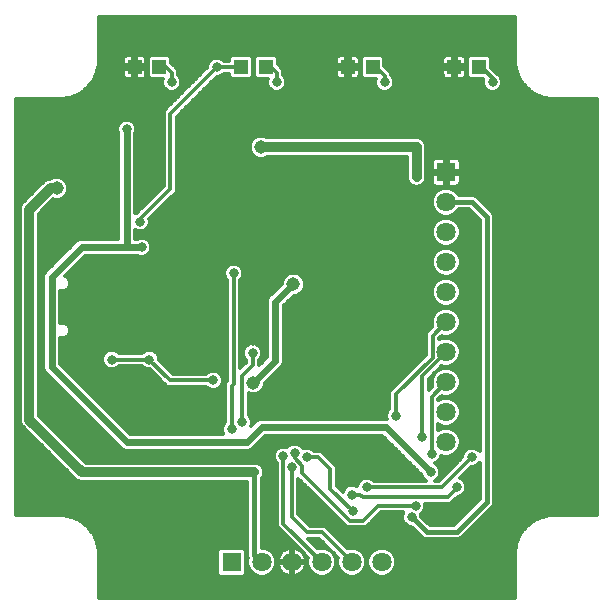
<source format=gbl>
G75*
%MOIN*%
%OFA0B0*%
%FSLAX25Y25*%
%IPPOS*%
%LPD*%
%AMOC8*
5,1,8,0,0,1.08239X$1,22.5*
%
%ADD10R,0.04724X0.04724*%
%ADD11R,0.06425X0.06425*%
%ADD12C,0.06425*%
%ADD13R,0.06437X0.06437*%
%ADD14C,0.06437*%
%ADD15C,0.03200*%
%ADD16C,0.01200*%
%ADD17C,0.03200*%
%ADD18C,0.04500*%
%ADD19C,0.01600*%
%ADD20C,0.02400*%
D10*
X0097114Y0241500D03*
X0105382Y0241500D03*
X0132646Y0241500D03*
X0140913Y0241500D03*
X0168177Y0241500D03*
X0176445Y0241500D03*
X0203705Y0241500D03*
X0211972Y0241500D03*
D11*
X0129543Y0076500D03*
D12*
X0139543Y0076500D03*
X0149543Y0076500D03*
X0159543Y0076500D03*
X0169543Y0076500D03*
X0179543Y0076500D03*
D13*
X0200961Y0206500D03*
D14*
X0200961Y0196500D03*
X0200961Y0186500D03*
X0200961Y0176500D03*
X0200961Y0166500D03*
X0200961Y0156500D03*
X0200961Y0146500D03*
X0200961Y0136500D03*
X0200961Y0126500D03*
X0200961Y0116500D03*
D15*
X0196106Y0112437D03*
X0195793Y0106500D03*
X0204543Y0101500D03*
X0201106Y0093062D03*
X0190793Y0095250D03*
X0189543Y0091500D03*
X0201106Y0082438D03*
X0219543Y0076500D03*
X0239543Y0096500D03*
X0209543Y0111500D03*
X0192981Y0118062D03*
X0184231Y0125250D03*
X0174231Y0114937D03*
X0174543Y0101500D03*
X0169543Y0099000D03*
X0169856Y0093375D03*
X0156731Y0089937D03*
X0142043Y0096500D03*
X0137043Y0106500D03*
X0146731Y0111812D03*
X0150481Y0112750D03*
X0154543Y0111500D03*
X0149543Y0108062D03*
X0129543Y0120875D03*
X0132981Y0123062D03*
X0117981Y0127437D03*
X0123293Y0137125D03*
X0136418Y0146188D03*
X0136731Y0150188D03*
X0152043Y0148125D03*
X0165981Y0144625D03*
X0151543Y0160125D03*
X0130168Y0172750D03*
X0110793Y0192125D03*
X0104856Y0192125D03*
X0098981Y0189937D03*
X0099543Y0181500D03*
X0075168Y0183375D03*
X0067043Y0185250D03*
X0080541Y0211085D03*
X0094543Y0220750D03*
X0109543Y0236500D03*
X0124543Y0241500D03*
X0144543Y0236500D03*
X0139418Y0220875D03*
X0127543Y0211500D03*
X0139419Y0207750D03*
X0152543Y0207750D03*
X0177981Y0202125D03*
X0191165Y0204835D03*
X0191165Y0208272D03*
X0193606Y0188687D03*
X0193606Y0181500D03*
X0193918Y0168375D03*
X0193918Y0161188D03*
X0192981Y0146188D03*
X0164856Y0184937D03*
X0117356Y0202125D03*
X0069543Y0226500D03*
X0066106Y0220250D03*
X0089543Y0246500D03*
X0169231Y0230250D03*
X0180481Y0236500D03*
X0216418Y0236500D03*
X0219543Y0246500D03*
X0239543Y0226500D03*
X0102043Y0144000D03*
X0089543Y0144000D03*
X0081731Y0148375D03*
X0082043Y0156500D03*
X0066731Y0137750D03*
X0094543Y0130562D03*
X0119543Y0111500D03*
X0109543Y0106500D03*
X0069543Y0096500D03*
X0089543Y0076500D03*
D16*
X0085277Y0078226D02*
X0085277Y0064675D01*
X0223809Y0064675D01*
X0223809Y0078226D01*
X0223766Y0078276D01*
X0223809Y0078880D01*
X0223809Y0079486D01*
X0223856Y0079532D01*
X0223896Y0080087D01*
X0223825Y0080196D01*
X0223942Y0080732D01*
X0223981Y0081279D01*
X0224079Y0081364D01*
X0224211Y0081970D01*
X0224157Y0082089D01*
X0224349Y0082602D01*
X0224465Y0083138D01*
X0224575Y0083208D01*
X0224792Y0083789D01*
X0224755Y0083914D01*
X0225018Y0084396D01*
X0225209Y0084909D01*
X0225328Y0084963D01*
X0225625Y0085508D01*
X0225606Y0085637D01*
X0225935Y0086076D01*
X0226198Y0086557D01*
X0226323Y0086593D01*
X0226694Y0087090D01*
X0226694Y0087220D01*
X0227082Y0087608D01*
X0227411Y0088047D01*
X0227539Y0088065D01*
X0227978Y0088504D01*
X0227997Y0088633D01*
X0228435Y0088961D01*
X0228823Y0089349D01*
X0228953Y0089349D01*
X0229450Y0089721D01*
X0229486Y0089846D01*
X0229968Y0090108D01*
X0230407Y0090437D01*
X0230536Y0090418D01*
X0231080Y0090716D01*
X0231134Y0090834D01*
X0231648Y0091026D01*
X0232129Y0091288D01*
X0232254Y0091252D01*
X0232835Y0091468D01*
X0232905Y0091578D01*
X0233441Y0091695D01*
X0233955Y0091886D01*
X0234073Y0091832D01*
X0234679Y0091964D01*
X0234764Y0092062D01*
X0235311Y0092101D01*
X0235847Y0092218D01*
X0235957Y0092148D01*
X0236511Y0092187D01*
X0236558Y0092234D01*
X0237163Y0092234D01*
X0237767Y0092277D01*
X0237817Y0092234D01*
X0251369Y0092234D01*
X0251369Y0230766D01*
X0237817Y0230766D01*
X0237767Y0230723D01*
X0237163Y0230766D01*
X0236558Y0230766D01*
X0236511Y0230813D01*
X0235957Y0230852D01*
X0235847Y0230782D01*
X0235311Y0230899D01*
X0234764Y0230938D01*
X0234679Y0231036D01*
X0234073Y0231168D01*
X0233955Y0231114D01*
X0233441Y0231305D01*
X0232905Y0231422D01*
X0232835Y0231532D01*
X0232254Y0231748D01*
X0232129Y0231712D01*
X0231648Y0231974D01*
X0231134Y0232166D01*
X0231080Y0232284D01*
X0230536Y0232582D01*
X0230407Y0232563D01*
X0229968Y0232892D01*
X0229486Y0233154D01*
X0229450Y0233279D01*
X0228953Y0233651D01*
X0228823Y0233651D01*
X0228435Y0234039D01*
X0227997Y0234367D01*
X0227978Y0234496D01*
X0227539Y0234935D01*
X0227411Y0234953D01*
X0227082Y0235392D01*
X0226694Y0235780D01*
X0226694Y0235910D01*
X0226323Y0236406D01*
X0226198Y0236443D01*
X0225935Y0236924D01*
X0225606Y0237363D01*
X0225625Y0237492D01*
X0225328Y0238037D01*
X0225209Y0238091D01*
X0225018Y0238604D01*
X0224755Y0239086D01*
X0224792Y0239211D01*
X0224575Y0239792D01*
X0224465Y0239862D01*
X0224349Y0240398D01*
X0224157Y0240911D01*
X0224211Y0241030D01*
X0224079Y0241636D01*
X0223981Y0241721D01*
X0223942Y0242268D01*
X0223825Y0242804D01*
X0223896Y0242913D01*
X0223856Y0243468D01*
X0223809Y0243514D01*
X0223809Y0244120D01*
X0223766Y0244724D01*
X0223809Y0244774D01*
X0223809Y0258325D01*
X0085277Y0258325D01*
X0085277Y0244774D01*
X0085320Y0244724D01*
X0085277Y0244120D01*
X0085277Y0243514D01*
X0085230Y0243468D01*
X0085191Y0242913D01*
X0085261Y0242804D01*
X0085145Y0242268D01*
X0085106Y0241721D01*
X0085007Y0241636D01*
X0084875Y0241030D01*
X0084929Y0240911D01*
X0084738Y0240398D01*
X0084621Y0239862D01*
X0084512Y0239792D01*
X0084295Y0239211D01*
X0084332Y0239086D01*
X0084069Y0238604D01*
X0083877Y0238091D01*
X0083759Y0238037D01*
X0083462Y0237492D01*
X0083480Y0237363D01*
X0083152Y0236924D01*
X0082889Y0236443D01*
X0082764Y0236406D01*
X0082392Y0235910D01*
X0082392Y0235780D01*
X0082005Y0235392D01*
X0081676Y0234953D01*
X0081547Y0234935D01*
X0081109Y0234496D01*
X0081090Y0234367D01*
X0080651Y0234039D01*
X0080263Y0233651D01*
X0080133Y0233651D01*
X0079637Y0233279D01*
X0079600Y0233154D01*
X0079119Y0232892D01*
X0078680Y0232563D01*
X0078551Y0232582D01*
X0078007Y0232284D01*
X0077953Y0232166D01*
X0077439Y0231974D01*
X0076958Y0231712D01*
X0076833Y0231748D01*
X0076252Y0231532D01*
X0076181Y0231422D01*
X0075646Y0231305D01*
X0075132Y0231114D01*
X0075013Y0231168D01*
X0074407Y0231036D01*
X0074322Y0230938D01*
X0073775Y0230899D01*
X0073240Y0230782D01*
X0073130Y0230852D01*
X0072576Y0230813D01*
X0072529Y0230766D01*
X0071923Y0230766D01*
X0071319Y0230723D01*
X0071269Y0230766D01*
X0057718Y0230766D01*
X0057718Y0092234D01*
X0071269Y0092234D01*
X0071319Y0092277D01*
X0071923Y0092234D01*
X0072529Y0092234D01*
X0072576Y0092187D01*
X0073130Y0092148D01*
X0073240Y0092218D01*
X0073775Y0092101D01*
X0074322Y0092062D01*
X0074407Y0091964D01*
X0075013Y0091832D01*
X0075132Y0091886D01*
X0075646Y0091695D01*
X0076181Y0091578D01*
X0076252Y0091468D01*
X0076833Y0091252D01*
X0076958Y0091288D01*
X0077439Y0091026D01*
X0077953Y0090834D01*
X0078007Y0090716D01*
X0078551Y0090418D01*
X0078680Y0090437D01*
X0079119Y0090108D01*
X0079600Y0089846D01*
X0079637Y0089721D01*
X0080133Y0089349D01*
X0080263Y0089349D01*
X0080651Y0088961D01*
X0081090Y0088633D01*
X0081109Y0088504D01*
X0081547Y0088065D01*
X0081676Y0088047D01*
X0082005Y0087608D01*
X0082392Y0087220D01*
X0082392Y0087090D01*
X0082764Y0086593D01*
X0082889Y0086557D01*
X0083152Y0086076D01*
X0083480Y0085637D01*
X0083462Y0085508D01*
X0083759Y0084963D01*
X0083877Y0084909D01*
X0084069Y0084396D01*
X0084332Y0083914D01*
X0084295Y0083789D01*
X0084512Y0083208D01*
X0084621Y0083138D01*
X0084738Y0082602D01*
X0084929Y0082089D01*
X0084875Y0081970D01*
X0085007Y0081364D01*
X0085106Y0081279D01*
X0085145Y0080732D01*
X0085261Y0080196D01*
X0085191Y0080087D01*
X0085230Y0079532D01*
X0085277Y0079486D01*
X0085277Y0078880D01*
X0085320Y0078276D01*
X0085277Y0078226D01*
X0085320Y0078279D02*
X0124731Y0078279D01*
X0124731Y0077081D02*
X0085277Y0077081D01*
X0085277Y0075882D02*
X0124731Y0075882D01*
X0124731Y0074684D02*
X0085277Y0074684D01*
X0085277Y0073485D02*
X0124731Y0073485D01*
X0124731Y0072625D02*
X0125668Y0071687D01*
X0133419Y0071687D01*
X0134356Y0072625D01*
X0134356Y0080375D01*
X0133419Y0081313D01*
X0125668Y0081313D01*
X0124731Y0080375D01*
X0124731Y0072625D01*
X0125069Y0072287D02*
X0085277Y0072287D01*
X0085277Y0071088D02*
X0223809Y0071088D01*
X0223809Y0069890D02*
X0085277Y0069890D01*
X0085277Y0068691D02*
X0223809Y0068691D01*
X0223809Y0067493D02*
X0085277Y0067493D01*
X0085277Y0066294D02*
X0223809Y0066294D01*
X0223809Y0065096D02*
X0085277Y0065096D01*
X0085277Y0079478D02*
X0124731Y0079478D01*
X0125032Y0080676D02*
X0085157Y0080676D01*
X0084896Y0081875D02*
X0134643Y0081875D01*
X0134643Y0083073D02*
X0084635Y0083073D01*
X0084137Y0084272D02*
X0134643Y0084272D01*
X0134643Y0085470D02*
X0083482Y0085470D01*
X0082708Y0086669D02*
X0134643Y0086669D01*
X0134643Y0087867D02*
X0081810Y0087867D01*
X0080547Y0089066D02*
X0134643Y0089066D01*
X0134643Y0090264D02*
X0078911Y0090264D01*
X0076267Y0091463D02*
X0134643Y0091463D01*
X0134643Y0092661D02*
X0057718Y0092661D01*
X0057718Y0093860D02*
X0134643Y0093860D01*
X0134643Y0095058D02*
X0057718Y0095058D01*
X0057718Y0096257D02*
X0134643Y0096257D01*
X0134643Y0097455D02*
X0057718Y0097455D01*
X0057718Y0098654D02*
X0134643Y0098654D01*
X0134643Y0099852D02*
X0057718Y0099852D01*
X0057718Y0101051D02*
X0134643Y0101051D01*
X0134643Y0102249D02*
X0057718Y0102249D01*
X0057718Y0103448D02*
X0078550Y0103448D01*
X0078907Y0103300D02*
X0134643Y0103300D01*
X0134643Y0078523D01*
X0134908Y0077884D01*
X0134731Y0077457D01*
X0134731Y0075543D01*
X0135463Y0073774D01*
X0136817Y0072420D01*
X0138586Y0071687D01*
X0140501Y0071687D01*
X0142269Y0072420D01*
X0143623Y0073774D01*
X0144356Y0075543D01*
X0144356Y0077457D01*
X0143623Y0079226D01*
X0142269Y0080580D01*
X0140501Y0081313D01*
X0139443Y0081313D01*
X0139443Y0104375D01*
X0139756Y0104687D01*
X0140243Y0105863D01*
X0140243Y0107137D01*
X0139756Y0108313D01*
X0138856Y0109213D01*
X0137680Y0109700D01*
X0080869Y0109700D01*
X0065243Y0125325D01*
X0065243Y0192675D01*
X0069945Y0197376D01*
X0070340Y0197212D01*
X0071872Y0197212D01*
X0073287Y0197799D01*
X0074370Y0198882D01*
X0074956Y0200297D01*
X0074956Y0201828D01*
X0074370Y0203243D01*
X0073287Y0204326D01*
X0071872Y0204912D01*
X0070340Y0204912D01*
X0068925Y0204326D01*
X0068861Y0204262D01*
X0068469Y0204262D01*
X0067293Y0203775D01*
X0059330Y0195813D01*
X0058843Y0194637D01*
X0058843Y0123363D01*
X0059330Y0122187D01*
X0060231Y0121287D01*
X0077731Y0103787D01*
X0078907Y0103300D01*
X0076871Y0104646D02*
X0057718Y0104646D01*
X0057718Y0105845D02*
X0075673Y0105845D01*
X0074474Y0107043D02*
X0057718Y0107043D01*
X0057718Y0108242D02*
X0073276Y0108242D01*
X0072077Y0109440D02*
X0057718Y0109440D01*
X0057718Y0110639D02*
X0070879Y0110639D01*
X0069680Y0111837D02*
X0057718Y0111837D01*
X0057718Y0113036D02*
X0068482Y0113036D01*
X0067283Y0114234D02*
X0057718Y0114234D01*
X0057718Y0115433D02*
X0066085Y0115433D01*
X0064886Y0116632D02*
X0057718Y0116632D01*
X0057718Y0117830D02*
X0063688Y0117830D01*
X0062489Y0119029D02*
X0057718Y0119029D01*
X0057718Y0120227D02*
X0061291Y0120227D01*
X0060092Y0121426D02*
X0057718Y0121426D01*
X0057718Y0122624D02*
X0059150Y0122624D01*
X0058843Y0123823D02*
X0057718Y0123823D01*
X0057718Y0125021D02*
X0058843Y0125021D01*
X0058843Y0126220D02*
X0057718Y0126220D01*
X0057718Y0127418D02*
X0058843Y0127418D01*
X0058843Y0128617D02*
X0057718Y0128617D01*
X0057718Y0129815D02*
X0058843Y0129815D01*
X0058843Y0131014D02*
X0057718Y0131014D01*
X0057718Y0132212D02*
X0058843Y0132212D01*
X0058843Y0133411D02*
X0057718Y0133411D01*
X0057718Y0134609D02*
X0058843Y0134609D01*
X0058843Y0135808D02*
X0057718Y0135808D01*
X0057718Y0137006D02*
X0058843Y0137006D01*
X0058843Y0138205D02*
X0057718Y0138205D01*
X0057718Y0139403D02*
X0058843Y0139403D01*
X0058843Y0140602D02*
X0057718Y0140602D01*
X0057718Y0141800D02*
X0058843Y0141800D01*
X0058843Y0142999D02*
X0057718Y0142999D01*
X0057718Y0144197D02*
X0058843Y0144197D01*
X0058843Y0145396D02*
X0057718Y0145396D01*
X0057718Y0146594D02*
X0058843Y0146594D01*
X0058843Y0147793D02*
X0057718Y0147793D01*
X0057718Y0148991D02*
X0058843Y0148991D01*
X0058843Y0150190D02*
X0057718Y0150190D01*
X0057718Y0151388D02*
X0058843Y0151388D01*
X0058843Y0152587D02*
X0057718Y0152587D01*
X0057718Y0153785D02*
X0058843Y0153785D01*
X0058843Y0154984D02*
X0057718Y0154984D01*
X0057718Y0156182D02*
X0058843Y0156182D01*
X0058843Y0157381D02*
X0057718Y0157381D01*
X0057718Y0158579D02*
X0058843Y0158579D01*
X0058843Y0159778D02*
X0057718Y0159778D01*
X0057718Y0160976D02*
X0058843Y0160976D01*
X0058843Y0162175D02*
X0057718Y0162175D01*
X0057718Y0163373D02*
X0058843Y0163373D01*
X0058843Y0164572D02*
X0057718Y0164572D01*
X0057718Y0165770D02*
X0058843Y0165770D01*
X0058843Y0166969D02*
X0057718Y0166969D01*
X0057718Y0168168D02*
X0058843Y0168168D01*
X0058843Y0169366D02*
X0057718Y0169366D01*
X0057718Y0170565D02*
X0058843Y0170565D01*
X0058843Y0171763D02*
X0057718Y0171763D01*
X0057718Y0172962D02*
X0058843Y0172962D01*
X0058843Y0174160D02*
X0057718Y0174160D01*
X0057718Y0175359D02*
X0058843Y0175359D01*
X0058843Y0176557D02*
X0057718Y0176557D01*
X0057718Y0177756D02*
X0058843Y0177756D01*
X0058843Y0178954D02*
X0057718Y0178954D01*
X0057718Y0180153D02*
X0058843Y0180153D01*
X0058843Y0181351D02*
X0057718Y0181351D01*
X0057718Y0182550D02*
X0058843Y0182550D01*
X0058843Y0183748D02*
X0057718Y0183748D01*
X0057718Y0184947D02*
X0058843Y0184947D01*
X0058843Y0186145D02*
X0057718Y0186145D01*
X0057718Y0187344D02*
X0058843Y0187344D01*
X0058843Y0188542D02*
X0057718Y0188542D01*
X0057718Y0189741D02*
X0058843Y0189741D01*
X0058843Y0190939D02*
X0057718Y0190939D01*
X0057718Y0192138D02*
X0058843Y0192138D01*
X0058843Y0193336D02*
X0057718Y0193336D01*
X0057718Y0194535D02*
X0058843Y0194535D01*
X0059298Y0195733D02*
X0057718Y0195733D01*
X0057718Y0196932D02*
X0060450Y0196932D01*
X0061648Y0198130D02*
X0057718Y0198130D01*
X0057718Y0199329D02*
X0062847Y0199329D01*
X0064045Y0200527D02*
X0057718Y0200527D01*
X0057718Y0201726D02*
X0065244Y0201726D01*
X0066442Y0202924D02*
X0057718Y0202924D01*
X0057718Y0204123D02*
X0068132Y0204123D01*
X0073490Y0204123D02*
X0091743Y0204123D01*
X0091743Y0205321D02*
X0057718Y0205321D01*
X0057718Y0206520D02*
X0091743Y0206520D01*
X0091743Y0207718D02*
X0057718Y0207718D01*
X0057718Y0208917D02*
X0091743Y0208917D01*
X0091743Y0210115D02*
X0057718Y0210115D01*
X0057718Y0211314D02*
X0091743Y0211314D01*
X0091743Y0212512D02*
X0057718Y0212512D01*
X0057718Y0213711D02*
X0091743Y0213711D01*
X0091743Y0214909D02*
X0057718Y0214909D01*
X0057718Y0216108D02*
X0091743Y0216108D01*
X0091743Y0217306D02*
X0057718Y0217306D01*
X0057718Y0218505D02*
X0091743Y0218505D01*
X0091743Y0219148D02*
X0091743Y0184300D01*
X0078986Y0184300D01*
X0077957Y0183874D01*
X0067957Y0173874D01*
X0067170Y0173086D01*
X0066743Y0172057D01*
X0066743Y0140943D01*
X0067170Y0139914D01*
X0092170Y0114914D01*
X0092957Y0114126D01*
X0093986Y0113700D01*
X0135100Y0113700D01*
X0136129Y0114126D01*
X0140703Y0118700D01*
X0179634Y0118700D01*
X0192680Y0105653D01*
X0193080Y0104687D01*
X0193981Y0103787D01*
X0194191Y0103700D01*
X0176869Y0103700D01*
X0176356Y0104213D01*
X0175180Y0104700D01*
X0173907Y0104700D01*
X0172731Y0104213D01*
X0171830Y0103313D01*
X0171343Y0102137D01*
X0171343Y0101718D01*
X0170180Y0102200D01*
X0168907Y0102200D01*
X0167731Y0101713D01*
X0166830Y0100813D01*
X0166449Y0099893D01*
X0164556Y0101786D01*
X0164556Y0108349D01*
X0163267Y0109637D01*
X0159205Y0113700D01*
X0156869Y0113700D01*
X0156356Y0114213D01*
X0155180Y0114700D01*
X0153907Y0114700D01*
X0153250Y0114428D01*
X0153194Y0114563D01*
X0152293Y0115463D01*
X0151117Y0115950D01*
X0149844Y0115950D01*
X0148668Y0115463D01*
X0147969Y0114763D01*
X0147367Y0115012D01*
X0146094Y0115012D01*
X0144918Y0114525D01*
X0144018Y0113625D01*
X0143531Y0112449D01*
X0143531Y0111176D01*
X0144018Y0110000D01*
X0144531Y0109487D01*
X0144531Y0088401D01*
X0154949Y0077983D01*
X0154731Y0077457D01*
X0154731Y0075543D01*
X0155463Y0073774D01*
X0156817Y0072420D01*
X0158586Y0071687D01*
X0160501Y0071687D01*
X0162269Y0072420D01*
X0163623Y0073774D01*
X0164356Y0075543D01*
X0164356Y0077457D01*
X0163623Y0079226D01*
X0162269Y0080580D01*
X0160501Y0081313D01*
X0158586Y0081313D01*
X0158060Y0081095D01*
X0154855Y0084300D01*
X0158632Y0084300D01*
X0164949Y0077983D01*
X0164731Y0077457D01*
X0164731Y0075543D01*
X0165463Y0073774D01*
X0166817Y0072420D01*
X0168586Y0071687D01*
X0170501Y0071687D01*
X0172269Y0072420D01*
X0173623Y0073774D01*
X0174356Y0075543D01*
X0174356Y0077457D01*
X0173623Y0079226D01*
X0172269Y0080580D01*
X0170501Y0081313D01*
X0168586Y0081313D01*
X0168060Y0081095D01*
X0160455Y0088700D01*
X0155455Y0088700D01*
X0151743Y0092411D01*
X0151743Y0104314D01*
X0152070Y0103987D01*
X0168007Y0088050D01*
X0174205Y0088050D01*
X0175493Y0089339D01*
X0179205Y0093050D01*
X0186722Y0093050D01*
X0186343Y0092137D01*
X0186343Y0090863D01*
X0186830Y0089687D01*
X0187731Y0088787D01*
X0188907Y0088300D01*
X0189349Y0088300D01*
X0192509Y0085141D01*
X0193184Y0084465D01*
X0194066Y0084100D01*
X0205021Y0084100D01*
X0205903Y0084465D01*
X0216578Y0095141D01*
X0216943Y0096023D01*
X0216943Y0191977D01*
X0216578Y0192859D01*
X0215903Y0193535D01*
X0210903Y0198535D01*
X0210021Y0198900D01*
X0205182Y0198900D01*
X0205046Y0199229D01*
X0203690Y0200585D01*
X0201919Y0201318D01*
X0200002Y0201318D01*
X0198231Y0200585D01*
X0196876Y0199229D01*
X0196142Y0197458D01*
X0196142Y0195542D01*
X0196876Y0193771D01*
X0198231Y0192415D01*
X0200002Y0191681D01*
X0201919Y0191681D01*
X0203690Y0192415D01*
X0205046Y0193771D01*
X0205182Y0194100D01*
X0208549Y0194100D01*
X0212143Y0190506D01*
X0212143Y0113425D01*
X0211356Y0114213D01*
X0210180Y0114700D01*
X0208907Y0114700D01*
X0207731Y0114213D01*
X0206830Y0113313D01*
X0206343Y0112137D01*
X0206343Y0111411D01*
X0198632Y0103700D01*
X0197395Y0103700D01*
X0197606Y0103787D01*
X0198506Y0104687D01*
X0198993Y0105863D01*
X0198993Y0107137D01*
X0198506Y0108313D01*
X0197606Y0109213D01*
X0197144Y0109404D01*
X0197918Y0109725D01*
X0198819Y0110625D01*
X0199306Y0111801D01*
X0199306Y0111970D01*
X0200002Y0111681D01*
X0201919Y0111681D01*
X0203690Y0112415D01*
X0205046Y0113771D01*
X0205779Y0115542D01*
X0205779Y0117458D01*
X0205046Y0119229D01*
X0203690Y0120585D01*
X0201919Y0121318D01*
X0200002Y0121318D01*
X0198306Y0120616D01*
X0198306Y0122384D01*
X0200002Y0121681D01*
X0201919Y0121681D01*
X0203690Y0122415D01*
X0205046Y0123771D01*
X0205779Y0125542D01*
X0205779Y0127458D01*
X0205046Y0129229D01*
X0203690Y0130585D01*
X0201919Y0131318D01*
X0200002Y0131318D01*
X0198306Y0130616D01*
X0198306Y0130734D01*
X0199473Y0131901D01*
X0200002Y0131681D01*
X0201919Y0131681D01*
X0203690Y0132415D01*
X0205046Y0133771D01*
X0205779Y0135542D01*
X0205779Y0137458D01*
X0205046Y0139229D01*
X0203690Y0140585D01*
X0201919Y0141318D01*
X0200002Y0141318D01*
X0198231Y0140585D01*
X0196876Y0139229D01*
X0196142Y0137458D01*
X0196142Y0135542D01*
X0196361Y0135012D01*
X0195181Y0133831D01*
X0195181Y0137609D01*
X0199473Y0141901D01*
X0200002Y0141681D01*
X0201919Y0141681D01*
X0203690Y0142415D01*
X0205046Y0143771D01*
X0205779Y0145542D01*
X0205779Y0147458D01*
X0205046Y0149229D01*
X0203690Y0150585D01*
X0201919Y0151318D01*
X0200002Y0151318D01*
X0198618Y0150745D01*
X0198618Y0151046D01*
X0199473Y0151901D01*
X0200002Y0151681D01*
X0201919Y0151681D01*
X0203690Y0152415D01*
X0205046Y0153771D01*
X0205779Y0155542D01*
X0205779Y0157458D01*
X0205046Y0159229D01*
X0203690Y0160585D01*
X0201919Y0161318D01*
X0200002Y0161318D01*
X0198231Y0160585D01*
X0196876Y0159229D01*
X0196142Y0157458D01*
X0196142Y0155542D01*
X0196361Y0155012D01*
X0194218Y0152869D01*
X0194218Y0145536D01*
X0182031Y0133349D01*
X0182031Y0127575D01*
X0181518Y0127063D01*
X0181031Y0125887D01*
X0181031Y0124613D01*
X0181161Y0124300D01*
X0138986Y0124300D01*
X0137957Y0123874D01*
X0135948Y0121865D01*
X0136181Y0122426D01*
X0136181Y0123699D01*
X0135694Y0124875D01*
X0135181Y0125388D01*
X0135181Y0132787D01*
X0135965Y0132463D01*
X0137497Y0132463D01*
X0138912Y0133049D01*
X0139995Y0134132D01*
X0140581Y0135547D01*
X0140581Y0136203D01*
X0146417Y0142039D01*
X0146843Y0143068D01*
X0146843Y0161965D01*
X0150153Y0165275D01*
X0150809Y0165275D01*
X0152224Y0165861D01*
X0153307Y0166944D01*
X0153893Y0168359D01*
X0153893Y0169891D01*
X0153307Y0171306D01*
X0152224Y0172389D01*
X0150809Y0172975D01*
X0149277Y0172975D01*
X0147862Y0172389D01*
X0146779Y0171306D01*
X0146193Y0169891D01*
X0146193Y0169235D01*
X0141670Y0164711D01*
X0141243Y0163682D01*
X0141243Y0144785D01*
X0138618Y0142160D01*
X0138618Y0143862D01*
X0139131Y0144375D01*
X0139618Y0145551D01*
X0139618Y0146824D01*
X0139131Y0148000D01*
X0138231Y0148900D01*
X0137055Y0149387D01*
X0135782Y0149387D01*
X0134606Y0148900D01*
X0133705Y0148000D01*
X0133218Y0146824D01*
X0133218Y0145551D01*
X0133705Y0144375D01*
X0134218Y0143862D01*
X0134218Y0143036D01*
X0132368Y0141186D01*
X0132368Y0170425D01*
X0132881Y0170937D01*
X0133368Y0172113D01*
X0133368Y0173387D01*
X0132881Y0174563D01*
X0131981Y0175463D01*
X0130805Y0175950D01*
X0129532Y0175950D01*
X0128356Y0175463D01*
X0127455Y0174563D01*
X0126968Y0173387D01*
X0126968Y0172113D01*
X0127455Y0170937D01*
X0127968Y0170425D01*
X0127968Y0136786D01*
X0127343Y0136161D01*
X0127343Y0123200D01*
X0126830Y0122688D01*
X0126343Y0121512D01*
X0126343Y0120238D01*
X0126732Y0119300D01*
X0095703Y0119300D01*
X0072343Y0142660D01*
X0072343Y0151104D01*
X0072494Y0151042D01*
X0073522Y0151042D01*
X0074472Y0151435D01*
X0075199Y0152162D01*
X0075592Y0153112D01*
X0075592Y0154140D01*
X0075199Y0155090D01*
X0074472Y0155817D01*
X0073522Y0156210D01*
X0072494Y0156210D01*
X0072343Y0156148D01*
X0072343Y0166852D01*
X0072494Y0166790D01*
X0073522Y0166790D01*
X0074472Y0167183D01*
X0075199Y0167910D01*
X0075592Y0168860D01*
X0075592Y0169888D01*
X0075199Y0170838D01*
X0074472Y0171565D01*
X0073833Y0171830D01*
X0080703Y0178700D01*
X0097941Y0178700D01*
X0098907Y0178300D01*
X0100180Y0178300D01*
X0101356Y0178787D01*
X0102256Y0179687D01*
X0102743Y0180863D01*
X0102743Y0182137D01*
X0102256Y0183313D01*
X0101356Y0184213D01*
X0100180Y0184700D01*
X0098907Y0184700D01*
X0097941Y0184300D01*
X0097343Y0184300D01*
X0097343Y0187152D01*
X0098344Y0186737D01*
X0099617Y0186737D01*
X0100793Y0187225D01*
X0101694Y0188125D01*
X0102181Y0189301D01*
X0102181Y0190574D01*
X0102048Y0190894D01*
X0111181Y0200026D01*
X0111181Y0225026D01*
X0124455Y0238300D01*
X0125180Y0238300D01*
X0126356Y0238787D01*
X0126869Y0239300D01*
X0128683Y0239300D01*
X0128683Y0238475D01*
X0129621Y0237538D01*
X0135671Y0237538D01*
X0136608Y0238475D01*
X0136608Y0244525D01*
X0135671Y0245462D01*
X0129621Y0245462D01*
X0128683Y0244525D01*
X0128683Y0243700D01*
X0126869Y0243700D01*
X0126356Y0244213D01*
X0125180Y0244700D01*
X0123907Y0244700D01*
X0122731Y0244213D01*
X0121830Y0243313D01*
X0121343Y0242137D01*
X0121343Y0241411D01*
X0108070Y0228137D01*
X0106781Y0226849D01*
X0106781Y0201849D01*
X0098070Y0193137D01*
X0097875Y0192943D01*
X0097343Y0192723D01*
X0097343Y0219148D01*
X0097743Y0220113D01*
X0097743Y0221387D01*
X0097256Y0222563D01*
X0096356Y0223463D01*
X0095180Y0223950D01*
X0093907Y0223950D01*
X0092731Y0223463D01*
X0091830Y0222563D01*
X0091343Y0221387D01*
X0091343Y0220113D01*
X0091743Y0219148D01*
X0091513Y0219703D02*
X0057718Y0219703D01*
X0057718Y0220902D02*
X0091343Y0220902D01*
X0091639Y0222101D02*
X0057718Y0222101D01*
X0057718Y0223299D02*
X0092567Y0223299D01*
X0096520Y0223299D02*
X0106781Y0223299D01*
X0106781Y0222101D02*
X0097448Y0222101D01*
X0097743Y0220902D02*
X0106781Y0220902D01*
X0106781Y0219703D02*
X0097573Y0219703D01*
X0097343Y0218505D02*
X0106781Y0218505D01*
X0106781Y0217306D02*
X0097343Y0217306D01*
X0097343Y0216108D02*
X0106781Y0216108D01*
X0106781Y0214909D02*
X0097343Y0214909D01*
X0097343Y0213711D02*
X0106781Y0213711D01*
X0106781Y0212512D02*
X0097343Y0212512D01*
X0097343Y0211314D02*
X0106781Y0211314D01*
X0106781Y0210115D02*
X0097343Y0210115D01*
X0097343Y0208917D02*
X0106781Y0208917D01*
X0106781Y0207718D02*
X0097343Y0207718D01*
X0097343Y0206520D02*
X0106781Y0206520D01*
X0106781Y0205321D02*
X0097343Y0205321D01*
X0097343Y0204123D02*
X0106781Y0204123D01*
X0106781Y0202924D02*
X0097343Y0202924D01*
X0097343Y0201726D02*
X0106658Y0201726D01*
X0105459Y0200527D02*
X0097343Y0200527D01*
X0097343Y0199329D02*
X0104261Y0199329D01*
X0103062Y0198130D02*
X0097343Y0198130D01*
X0097343Y0196932D02*
X0101864Y0196932D01*
X0100665Y0195733D02*
X0097343Y0195733D01*
X0097343Y0194535D02*
X0099467Y0194535D01*
X0098268Y0193336D02*
X0097343Y0193336D01*
X0098981Y0190937D02*
X0098981Y0189937D01*
X0098981Y0190937D02*
X0108981Y0200937D01*
X0108981Y0225937D01*
X0124543Y0241500D01*
X0132646Y0241500D01*
X0136608Y0241277D02*
X0136951Y0241277D01*
X0136951Y0242475D02*
X0136608Y0242475D01*
X0136608Y0243674D02*
X0136951Y0243674D01*
X0136951Y0244525D02*
X0136951Y0238475D01*
X0137888Y0237538D01*
X0141510Y0237538D01*
X0141343Y0237137D01*
X0141343Y0235863D01*
X0141830Y0234687D01*
X0142731Y0233787D01*
X0143907Y0233300D01*
X0145180Y0233300D01*
X0146356Y0233787D01*
X0147256Y0234687D01*
X0147743Y0235863D01*
X0147743Y0237137D01*
X0147256Y0238313D01*
X0146743Y0238825D01*
X0146743Y0240536D01*
X0145455Y0241825D01*
X0144876Y0242404D01*
X0144876Y0244525D01*
X0143938Y0245462D01*
X0137888Y0245462D01*
X0136951Y0244525D01*
X0137298Y0244872D02*
X0136261Y0244872D01*
X0140913Y0241500D02*
X0142668Y0241500D01*
X0144543Y0239625D01*
X0144543Y0236500D01*
X0141343Y0236483D02*
X0122637Y0236483D01*
X0123836Y0237681D02*
X0129477Y0237681D01*
X0128683Y0238880D02*
X0126448Y0238880D01*
X0121209Y0241277D02*
X0111003Y0241277D01*
X0110455Y0241825D02*
X0109344Y0242935D01*
X0109344Y0244525D01*
X0108407Y0245462D01*
X0102357Y0245462D01*
X0101420Y0244525D01*
X0101420Y0238475D01*
X0102357Y0237538D01*
X0106510Y0237538D01*
X0106343Y0237137D01*
X0106343Y0235863D01*
X0106830Y0234687D01*
X0107731Y0233787D01*
X0108907Y0233300D01*
X0110180Y0233300D01*
X0111356Y0233787D01*
X0112256Y0234687D01*
X0112743Y0235863D01*
X0112743Y0237137D01*
X0112256Y0238313D01*
X0111743Y0238825D01*
X0111743Y0240536D01*
X0110455Y0241825D01*
X0109804Y0242475D02*
X0121484Y0242475D01*
X0122192Y0243674D02*
X0109344Y0243674D01*
X0108997Y0244872D02*
X0129031Y0244872D01*
X0136608Y0240078D02*
X0136951Y0240078D01*
X0136951Y0238880D02*
X0136608Y0238880D01*
X0135814Y0237681D02*
X0137745Y0237681D01*
X0141583Y0235284D02*
X0121439Y0235284D01*
X0120240Y0234086D02*
X0142432Y0234086D01*
X0146654Y0234086D02*
X0178370Y0234086D01*
X0178668Y0233787D02*
X0179844Y0233300D01*
X0181117Y0233300D01*
X0182293Y0233787D01*
X0183194Y0234687D01*
X0183681Y0235863D01*
X0183681Y0237137D01*
X0183194Y0238313D01*
X0182681Y0238825D01*
X0182681Y0239599D01*
X0181392Y0240887D01*
X0180407Y0241872D01*
X0180407Y0244525D01*
X0179470Y0245462D01*
X0173420Y0245462D01*
X0172483Y0244525D01*
X0172483Y0238475D01*
X0173420Y0237538D01*
X0177447Y0237538D01*
X0177281Y0237137D01*
X0177281Y0235863D01*
X0177768Y0234687D01*
X0178668Y0233787D01*
X0177521Y0235284D02*
X0147503Y0235284D01*
X0147743Y0236483D02*
X0177281Y0236483D01*
X0180481Y0236500D02*
X0180481Y0238687D01*
X0177668Y0241500D01*
X0176445Y0241500D01*
X0172483Y0241277D02*
X0168758Y0241277D01*
X0168758Y0240919D02*
X0168758Y0242081D01*
X0167596Y0242081D01*
X0167596Y0240919D01*
X0164215Y0240919D01*
X0164215Y0238927D01*
X0164324Y0238520D01*
X0164535Y0238155D01*
X0164833Y0237857D01*
X0165197Y0237647D01*
X0165604Y0237538D01*
X0167596Y0237538D01*
X0167596Y0240919D01*
X0168758Y0240919D01*
X0168758Y0237538D01*
X0170750Y0237538D01*
X0171157Y0237647D01*
X0171522Y0237857D01*
X0171820Y0238155D01*
X0172030Y0238520D01*
X0172139Y0238927D01*
X0172139Y0240919D01*
X0168758Y0240919D01*
X0168758Y0240078D02*
X0167596Y0240078D01*
X0167596Y0238880D02*
X0168758Y0238880D01*
X0168758Y0237681D02*
X0167596Y0237681D01*
X0165138Y0237681D02*
X0147518Y0237681D01*
X0146743Y0238880D02*
X0164228Y0238880D01*
X0164215Y0240078D02*
X0146743Y0240078D01*
X0146003Y0241277D02*
X0167596Y0241277D01*
X0167596Y0242081D02*
X0164215Y0242081D01*
X0164215Y0244073D01*
X0164324Y0244480D01*
X0164535Y0244845D01*
X0164833Y0245143D01*
X0165197Y0245353D01*
X0165604Y0245462D01*
X0167596Y0245462D01*
X0167596Y0242081D01*
X0167596Y0242475D02*
X0168758Y0242475D01*
X0168758Y0242081D02*
X0168758Y0245462D01*
X0170750Y0245462D01*
X0171157Y0245353D01*
X0171522Y0245143D01*
X0171820Y0244845D01*
X0172030Y0244480D01*
X0172139Y0244073D01*
X0172139Y0242081D01*
X0168758Y0242081D01*
X0168758Y0243674D02*
X0167596Y0243674D01*
X0167596Y0244872D02*
X0168758Y0244872D01*
X0171792Y0244872D02*
X0172830Y0244872D01*
X0172483Y0243674D02*
X0172139Y0243674D01*
X0172139Y0242475D02*
X0172483Y0242475D01*
X0172483Y0240078D02*
X0172139Y0240078D01*
X0172127Y0238880D02*
X0172483Y0238880D01*
X0173277Y0237681D02*
X0171216Y0237681D01*
X0164215Y0242475D02*
X0144876Y0242475D01*
X0144876Y0243674D02*
X0164215Y0243674D01*
X0164562Y0244872D02*
X0144528Y0244872D01*
X0120010Y0240078D02*
X0111743Y0240078D01*
X0111743Y0238880D02*
X0118812Y0238880D01*
X0117613Y0237681D02*
X0112518Y0237681D01*
X0112743Y0236483D02*
X0116415Y0236483D01*
X0115216Y0235284D02*
X0112503Y0235284D01*
X0111654Y0234086D02*
X0114018Y0234086D01*
X0112819Y0232887D02*
X0079113Y0232887D01*
X0080714Y0234086D02*
X0107432Y0234086D01*
X0106583Y0235284D02*
X0081924Y0235284D01*
X0082910Y0236483D02*
X0106343Y0236483D01*
X0109543Y0236500D02*
X0109543Y0239625D01*
X0107668Y0241500D01*
X0105382Y0241500D01*
X0101420Y0241277D02*
X0097695Y0241277D01*
X0097695Y0240919D02*
X0097695Y0242081D01*
X0096533Y0242081D01*
X0096533Y0240919D01*
X0093152Y0240919D01*
X0093152Y0238927D01*
X0093261Y0238520D01*
X0093472Y0238155D01*
X0093770Y0237857D01*
X0094134Y0237647D01*
X0094541Y0237538D01*
X0096533Y0237538D01*
X0096533Y0240919D01*
X0097695Y0240919D01*
X0097695Y0237538D01*
X0099687Y0237538D01*
X0100094Y0237647D01*
X0100459Y0237857D01*
X0100757Y0238155D01*
X0100967Y0238520D01*
X0101076Y0238927D01*
X0101076Y0240919D01*
X0097695Y0240919D01*
X0097695Y0240078D02*
X0096533Y0240078D01*
X0096533Y0238880D02*
X0097695Y0238880D01*
X0097695Y0237681D02*
X0096533Y0237681D01*
X0094075Y0237681D02*
X0083565Y0237681D01*
X0084219Y0238880D02*
X0093165Y0238880D01*
X0093152Y0240078D02*
X0084668Y0240078D01*
X0084929Y0241277D02*
X0096533Y0241277D01*
X0096533Y0242081D02*
X0093152Y0242081D01*
X0093152Y0244073D01*
X0093261Y0244480D01*
X0093472Y0244845D01*
X0093770Y0245143D01*
X0094134Y0245353D01*
X0094541Y0245462D01*
X0096533Y0245462D01*
X0096533Y0242081D01*
X0096533Y0242475D02*
X0097695Y0242475D01*
X0097695Y0242081D02*
X0097695Y0245462D01*
X0099687Y0245462D01*
X0100094Y0245353D01*
X0100459Y0245143D01*
X0100757Y0244845D01*
X0100967Y0244480D01*
X0101076Y0244073D01*
X0101076Y0242081D01*
X0097695Y0242081D01*
X0097695Y0243674D02*
X0096533Y0243674D01*
X0096533Y0244872D02*
X0097695Y0244872D01*
X0100729Y0244872D02*
X0101767Y0244872D01*
X0101420Y0243674D02*
X0101076Y0243674D01*
X0101076Y0242475D02*
X0101420Y0242475D01*
X0101420Y0240078D02*
X0101076Y0240078D01*
X0101064Y0238880D02*
X0101420Y0238880D01*
X0102214Y0237681D02*
X0100153Y0237681D01*
X0093152Y0242475D02*
X0085190Y0242475D01*
X0085277Y0243674D02*
X0093152Y0243674D01*
X0093499Y0244872D02*
X0085277Y0244872D01*
X0085277Y0246071D02*
X0223809Y0246071D01*
X0223809Y0247269D02*
X0085277Y0247269D01*
X0085277Y0248468D02*
X0223809Y0248468D01*
X0223809Y0249666D02*
X0085277Y0249666D01*
X0085277Y0250865D02*
X0223809Y0250865D01*
X0223809Y0252063D02*
X0085277Y0252063D01*
X0085277Y0253262D02*
X0223809Y0253262D01*
X0223809Y0254460D02*
X0085277Y0254460D01*
X0085277Y0255659D02*
X0223809Y0255659D01*
X0223809Y0256857D02*
X0085277Y0256857D01*
X0085277Y0258056D02*
X0223809Y0258056D01*
X0223809Y0244872D02*
X0215587Y0244872D01*
X0215935Y0244525D02*
X0214997Y0245462D01*
X0208947Y0245462D01*
X0208010Y0244525D01*
X0208010Y0238475D01*
X0208947Y0237538D01*
X0213385Y0237538D01*
X0213218Y0237137D01*
X0213218Y0235863D01*
X0213705Y0234687D01*
X0214606Y0233787D01*
X0215782Y0233300D01*
X0217055Y0233300D01*
X0218231Y0233787D01*
X0219131Y0234687D01*
X0219618Y0235863D01*
X0219618Y0237137D01*
X0219131Y0238313D01*
X0218231Y0239213D01*
X0217951Y0239329D01*
X0217330Y0239950D01*
X0215935Y0241345D01*
X0215935Y0244525D01*
X0215935Y0243674D02*
X0223809Y0243674D01*
X0223897Y0242475D02*
X0215935Y0242475D01*
X0216003Y0241277D02*
X0224158Y0241277D01*
X0224418Y0240078D02*
X0217201Y0240078D01*
X0218564Y0238880D02*
X0224867Y0238880D01*
X0225522Y0237681D02*
X0219393Y0237681D01*
X0219618Y0236483D02*
X0226176Y0236483D01*
X0227163Y0235284D02*
X0219378Y0235284D01*
X0218529Y0234086D02*
X0228373Y0234086D01*
X0229974Y0232887D02*
X0119042Y0232887D01*
X0117843Y0231689D02*
X0232414Y0231689D01*
X0216418Y0236500D02*
X0216418Y0237750D01*
X0212668Y0241500D01*
X0211972Y0241500D01*
X0208010Y0241277D02*
X0204286Y0241277D01*
X0204286Y0240919D02*
X0204286Y0242081D01*
X0207667Y0242081D01*
X0207667Y0244073D01*
X0207558Y0244480D01*
X0207347Y0244845D01*
X0207049Y0245143D01*
X0206684Y0245353D01*
X0206278Y0245462D01*
X0204286Y0245462D01*
X0204286Y0242081D01*
X0203124Y0242081D01*
X0203124Y0245462D01*
X0201132Y0245462D01*
X0200725Y0245353D01*
X0200360Y0245143D01*
X0200062Y0244845D01*
X0199852Y0244480D01*
X0199743Y0244073D01*
X0199743Y0242081D01*
X0203124Y0242081D01*
X0203124Y0240919D01*
X0204286Y0240919D01*
X0207667Y0240919D01*
X0207667Y0238927D01*
X0207558Y0238520D01*
X0207347Y0238155D01*
X0207049Y0237857D01*
X0206684Y0237647D01*
X0206278Y0237538D01*
X0204286Y0237538D01*
X0204286Y0240919D01*
X0204286Y0240078D02*
X0203124Y0240078D01*
X0203124Y0240919D02*
X0203124Y0237538D01*
X0201132Y0237538D01*
X0200725Y0237647D01*
X0200360Y0237857D01*
X0200062Y0238155D01*
X0199852Y0238520D01*
X0199743Y0238927D01*
X0199743Y0240919D01*
X0203124Y0240919D01*
X0203124Y0241277D02*
X0181003Y0241277D01*
X0180407Y0242475D02*
X0199743Y0242475D01*
X0199743Y0243674D02*
X0180407Y0243674D01*
X0180060Y0244872D02*
X0200090Y0244872D01*
X0203124Y0244872D02*
X0204286Y0244872D01*
X0204286Y0243674D02*
X0203124Y0243674D01*
X0203124Y0242475D02*
X0204286Y0242475D01*
X0207667Y0242475D02*
X0208010Y0242475D01*
X0208010Y0243674D02*
X0207667Y0243674D01*
X0207320Y0244872D02*
X0208358Y0244872D01*
X0208010Y0240078D02*
X0207667Y0240078D01*
X0207654Y0238880D02*
X0208010Y0238880D01*
X0208804Y0237681D02*
X0206744Y0237681D01*
X0204286Y0237681D02*
X0203124Y0237681D01*
X0203124Y0238880D02*
X0204286Y0238880D01*
X0200665Y0237681D02*
X0183455Y0237681D01*
X0183681Y0236483D02*
X0213218Y0236483D01*
X0213458Y0235284D02*
X0183441Y0235284D01*
X0182592Y0234086D02*
X0214307Y0234086D01*
X0199755Y0238880D02*
X0182681Y0238880D01*
X0182201Y0240078D02*
X0199743Y0240078D01*
X0191802Y0218035D02*
X0141535Y0218035D01*
X0141471Y0218099D01*
X0140056Y0218685D01*
X0138525Y0218685D01*
X0137110Y0218099D01*
X0136027Y0217015D01*
X0135441Y0215600D01*
X0135441Y0214069D01*
X0136027Y0212654D01*
X0137110Y0211571D01*
X0138525Y0210985D01*
X0140056Y0210985D01*
X0141471Y0211571D01*
X0141535Y0211635D01*
X0187965Y0211635D01*
X0187965Y0204198D01*
X0188453Y0203022D01*
X0189353Y0202122D01*
X0190529Y0201635D01*
X0191802Y0201635D01*
X0192978Y0202122D01*
X0193878Y0203022D01*
X0194365Y0204198D01*
X0194365Y0215471D01*
X0193878Y0216647D01*
X0192978Y0217547D01*
X0191802Y0218035D01*
X0193219Y0217306D02*
X0251369Y0217306D01*
X0251369Y0216108D02*
X0194102Y0216108D01*
X0194365Y0214909D02*
X0251369Y0214909D01*
X0251369Y0213711D02*
X0194365Y0213711D01*
X0194365Y0212512D02*
X0251369Y0212512D01*
X0251369Y0211314D02*
X0204407Y0211314D01*
X0204390Y0211318D02*
X0201433Y0211318D01*
X0201433Y0206973D01*
X0200488Y0206973D01*
X0200488Y0211318D01*
X0197531Y0211318D01*
X0197125Y0211209D01*
X0196760Y0210999D01*
X0196462Y0210701D01*
X0196251Y0210336D01*
X0196142Y0209929D01*
X0196142Y0206973D01*
X0200488Y0206973D01*
X0200488Y0206027D01*
X0201433Y0206027D01*
X0201433Y0201681D01*
X0204390Y0201681D01*
X0204797Y0201791D01*
X0205162Y0202001D01*
X0205459Y0202299D01*
X0205670Y0202664D01*
X0205779Y0203071D01*
X0205779Y0206027D01*
X0201434Y0206027D01*
X0201434Y0206973D01*
X0205779Y0206973D01*
X0205779Y0209929D01*
X0205670Y0210336D01*
X0205459Y0210701D01*
X0205162Y0210999D01*
X0204797Y0211209D01*
X0204390Y0211318D01*
X0205729Y0210115D02*
X0251369Y0210115D01*
X0251369Y0208917D02*
X0205779Y0208917D01*
X0205779Y0207718D02*
X0251369Y0207718D01*
X0251369Y0206520D02*
X0201434Y0206520D01*
X0200488Y0206520D02*
X0194365Y0206520D01*
X0194365Y0207718D02*
X0196142Y0207718D01*
X0196142Y0208917D02*
X0194365Y0208917D01*
X0194365Y0210115D02*
X0196192Y0210115D01*
X0197514Y0211314D02*
X0194365Y0211314D01*
X0196142Y0206027D02*
X0196142Y0203071D01*
X0196251Y0202664D01*
X0196462Y0202299D01*
X0196760Y0202001D01*
X0197125Y0201791D01*
X0197531Y0201681D01*
X0200488Y0201681D01*
X0200488Y0206027D01*
X0196142Y0206027D01*
X0196142Y0205321D02*
X0194365Y0205321D01*
X0194334Y0204123D02*
X0196142Y0204123D01*
X0196181Y0202924D02*
X0193781Y0202924D01*
X0192022Y0201726D02*
X0197366Y0201726D01*
X0198174Y0200527D02*
X0111181Y0200527D01*
X0111181Y0201726D02*
X0190309Y0201726D01*
X0188550Y0202924D02*
X0111181Y0202924D01*
X0111181Y0204123D02*
X0187997Y0204123D01*
X0187965Y0205321D02*
X0111181Y0205321D01*
X0111181Y0206520D02*
X0187965Y0206520D01*
X0187965Y0207718D02*
X0111181Y0207718D01*
X0111181Y0208917D02*
X0187965Y0208917D01*
X0187965Y0210115D02*
X0111181Y0210115D01*
X0111181Y0211314D02*
X0137730Y0211314D01*
X0136168Y0212512D02*
X0111181Y0212512D01*
X0111181Y0213711D02*
X0135589Y0213711D01*
X0135441Y0214909D02*
X0111181Y0214909D01*
X0111181Y0216108D02*
X0135651Y0216108D01*
X0136318Y0217306D02*
X0111181Y0217306D01*
X0111181Y0218505D02*
X0138091Y0218505D01*
X0140490Y0218505D02*
X0251369Y0218505D01*
X0251369Y0219703D02*
X0111181Y0219703D01*
X0111181Y0220902D02*
X0251369Y0220902D01*
X0251369Y0222101D02*
X0111181Y0222101D01*
X0111181Y0223299D02*
X0251369Y0223299D01*
X0251369Y0224498D02*
X0111181Y0224498D01*
X0111851Y0225696D02*
X0251369Y0225696D01*
X0251369Y0226895D02*
X0113049Y0226895D01*
X0114248Y0228093D02*
X0251369Y0228093D01*
X0251369Y0229292D02*
X0115446Y0229292D01*
X0116645Y0230490D02*
X0251369Y0230490D01*
X0251369Y0205321D02*
X0205779Y0205321D01*
X0205779Y0204123D02*
X0251369Y0204123D01*
X0251369Y0202924D02*
X0205740Y0202924D01*
X0204555Y0201726D02*
X0251369Y0201726D01*
X0251369Y0200527D02*
X0203748Y0200527D01*
X0204946Y0199329D02*
X0251369Y0199329D01*
X0251369Y0198130D02*
X0211307Y0198130D01*
X0212506Y0196932D02*
X0251369Y0196932D01*
X0251369Y0195733D02*
X0213704Y0195733D01*
X0214903Y0194535D02*
X0251369Y0194535D01*
X0251369Y0193336D02*
X0216101Y0193336D01*
X0216877Y0192138D02*
X0251369Y0192138D01*
X0251369Y0190939D02*
X0216943Y0190939D01*
X0216943Y0189741D02*
X0251369Y0189741D01*
X0251369Y0188542D02*
X0216943Y0188542D01*
X0216943Y0187344D02*
X0251369Y0187344D01*
X0251369Y0186145D02*
X0216943Y0186145D01*
X0216943Y0184947D02*
X0251369Y0184947D01*
X0251369Y0183748D02*
X0216943Y0183748D01*
X0216943Y0182550D02*
X0251369Y0182550D01*
X0251369Y0181351D02*
X0216943Y0181351D01*
X0216943Y0180153D02*
X0251369Y0180153D01*
X0251369Y0178954D02*
X0216943Y0178954D01*
X0216943Y0177756D02*
X0251369Y0177756D01*
X0251369Y0176557D02*
X0216943Y0176557D01*
X0216943Y0175359D02*
X0251369Y0175359D01*
X0251369Y0174160D02*
X0216943Y0174160D01*
X0216943Y0172962D02*
X0251369Y0172962D01*
X0251369Y0171763D02*
X0216943Y0171763D01*
X0216943Y0170565D02*
X0251369Y0170565D01*
X0251369Y0169366D02*
X0216943Y0169366D01*
X0216943Y0168168D02*
X0251369Y0168168D01*
X0251369Y0166969D02*
X0216943Y0166969D01*
X0216943Y0165770D02*
X0251369Y0165770D01*
X0251369Y0164572D02*
X0216943Y0164572D01*
X0216943Y0163373D02*
X0251369Y0163373D01*
X0251369Y0162175D02*
X0216943Y0162175D01*
X0216943Y0160976D02*
X0251369Y0160976D01*
X0251369Y0159778D02*
X0216943Y0159778D01*
X0216943Y0158579D02*
X0251369Y0158579D01*
X0251369Y0157381D02*
X0216943Y0157381D01*
X0216943Y0156182D02*
X0251369Y0156182D01*
X0251369Y0154984D02*
X0216943Y0154984D01*
X0216943Y0153785D02*
X0251369Y0153785D01*
X0251369Y0152587D02*
X0216943Y0152587D01*
X0216943Y0151388D02*
X0251369Y0151388D01*
X0251369Y0150190D02*
X0216943Y0150190D01*
X0216943Y0148991D02*
X0251369Y0148991D01*
X0251369Y0147793D02*
X0216943Y0147793D01*
X0216943Y0146594D02*
X0251369Y0146594D01*
X0251369Y0145396D02*
X0216943Y0145396D01*
X0216943Y0144197D02*
X0251369Y0144197D01*
X0251369Y0142999D02*
X0216943Y0142999D01*
X0216943Y0141800D02*
X0251369Y0141800D01*
X0251369Y0140602D02*
X0216943Y0140602D01*
X0216943Y0139403D02*
X0251369Y0139403D01*
X0251369Y0138205D02*
X0216943Y0138205D01*
X0216943Y0137006D02*
X0251369Y0137006D01*
X0251369Y0135808D02*
X0216943Y0135808D01*
X0216943Y0134609D02*
X0251369Y0134609D01*
X0251369Y0133411D02*
X0216943Y0133411D01*
X0216943Y0132212D02*
X0251369Y0132212D01*
X0251369Y0131014D02*
X0216943Y0131014D01*
X0216943Y0129815D02*
X0251369Y0129815D01*
X0251369Y0128617D02*
X0216943Y0128617D01*
X0216943Y0127418D02*
X0251369Y0127418D01*
X0251369Y0126220D02*
X0216943Y0126220D01*
X0216943Y0125021D02*
X0251369Y0125021D01*
X0251369Y0123823D02*
X0216943Y0123823D01*
X0216943Y0122624D02*
X0251369Y0122624D01*
X0251369Y0121426D02*
X0216943Y0121426D01*
X0216943Y0120227D02*
X0251369Y0120227D01*
X0251369Y0119029D02*
X0216943Y0119029D01*
X0216943Y0117830D02*
X0251369Y0117830D01*
X0251369Y0116632D02*
X0216943Y0116632D01*
X0216943Y0115433D02*
X0251369Y0115433D01*
X0251369Y0114234D02*
X0216943Y0114234D01*
X0216943Y0113036D02*
X0251369Y0113036D01*
X0251369Y0111837D02*
X0216943Y0111837D01*
X0216943Y0110639D02*
X0251369Y0110639D01*
X0251369Y0109440D02*
X0216943Y0109440D01*
X0216943Y0108242D02*
X0251369Y0108242D01*
X0251369Y0107043D02*
X0216943Y0107043D01*
X0216943Y0105845D02*
X0251369Y0105845D01*
X0251369Y0104646D02*
X0216943Y0104646D01*
X0216943Y0103448D02*
X0251369Y0103448D01*
X0251369Y0102249D02*
X0216943Y0102249D01*
X0216943Y0101051D02*
X0251369Y0101051D01*
X0251369Y0099852D02*
X0216943Y0099852D01*
X0216943Y0098654D02*
X0251369Y0098654D01*
X0251369Y0097455D02*
X0216943Y0097455D01*
X0216943Y0096257D02*
X0251369Y0096257D01*
X0251369Y0095058D02*
X0216496Y0095058D01*
X0215297Y0093860D02*
X0251369Y0093860D01*
X0251369Y0092661D02*
X0214099Y0092661D01*
X0212900Y0091463D02*
X0232820Y0091463D01*
X0230176Y0090264D02*
X0211702Y0090264D01*
X0210503Y0089066D02*
X0228540Y0089066D01*
X0227276Y0087867D02*
X0209305Y0087867D01*
X0208106Y0086669D02*
X0226379Y0086669D01*
X0225604Y0085470D02*
X0206908Y0085470D01*
X0205435Y0084272D02*
X0224950Y0084272D01*
X0224451Y0083073D02*
X0166081Y0083073D01*
X0164883Y0084272D02*
X0193651Y0084272D01*
X0192179Y0085470D02*
X0163684Y0085470D01*
X0162486Y0086669D02*
X0190980Y0086669D01*
X0189782Y0087867D02*
X0161287Y0087867D01*
X0159543Y0086500D02*
X0169543Y0076500D01*
X0174000Y0074684D02*
X0175087Y0074684D01*
X0174731Y0075543D02*
X0175463Y0073774D01*
X0176817Y0072420D01*
X0178586Y0071687D01*
X0180501Y0071687D01*
X0182269Y0072420D01*
X0183623Y0073774D01*
X0184356Y0075543D01*
X0184356Y0077457D01*
X0183623Y0079226D01*
X0182269Y0080580D01*
X0180501Y0081313D01*
X0178586Y0081313D01*
X0176817Y0080580D01*
X0175463Y0079226D01*
X0174731Y0077457D01*
X0174731Y0075543D01*
X0174731Y0075882D02*
X0174356Y0075882D01*
X0174356Y0077081D02*
X0174731Y0077081D01*
X0175071Y0078279D02*
X0174015Y0078279D01*
X0173372Y0079478D02*
X0175715Y0079478D01*
X0177050Y0080676D02*
X0172037Y0080676D01*
X0167280Y0081875D02*
X0224191Y0081875D01*
X0223930Y0080676D02*
X0182037Y0080676D01*
X0183372Y0079478D02*
X0223809Y0079478D01*
X0223766Y0078279D02*
X0184015Y0078279D01*
X0184356Y0077081D02*
X0223809Y0077081D01*
X0223809Y0075882D02*
X0184356Y0075882D01*
X0184000Y0074684D02*
X0223809Y0074684D01*
X0223809Y0073485D02*
X0183334Y0073485D01*
X0181947Y0072287D02*
X0223809Y0072287D01*
X0204913Y0090264D02*
X0194173Y0090264D01*
X0195372Y0089066D02*
X0203715Y0089066D01*
X0203549Y0088900D02*
X0195537Y0088900D01*
X0192743Y0091694D01*
X0192743Y0092137D01*
X0192582Y0092527D01*
X0192606Y0092537D01*
X0193506Y0093437D01*
X0193993Y0094613D01*
X0193993Y0095862D01*
X0202330Y0095862D01*
X0204767Y0098300D01*
X0205180Y0098300D01*
X0206356Y0098787D01*
X0207256Y0099687D01*
X0207743Y0100863D01*
X0207743Y0102137D01*
X0207256Y0103313D01*
X0206356Y0104213D01*
X0205657Y0104502D01*
X0209455Y0108300D01*
X0210180Y0108300D01*
X0211356Y0108787D01*
X0212143Y0109575D01*
X0212143Y0097494D01*
X0203549Y0088900D01*
X0206112Y0091463D02*
X0192975Y0091463D01*
X0192730Y0092661D02*
X0207310Y0092661D01*
X0208509Y0093860D02*
X0193681Y0093860D01*
X0193993Y0095058D02*
X0209708Y0095058D01*
X0210906Y0096257D02*
X0202724Y0096257D01*
X0203922Y0097455D02*
X0212105Y0097455D01*
X0212143Y0098654D02*
X0206034Y0098654D01*
X0207324Y0099852D02*
X0212143Y0099852D01*
X0212143Y0101051D02*
X0207743Y0101051D01*
X0207697Y0102249D02*
X0212143Y0102249D01*
X0212143Y0103448D02*
X0207121Y0103448D01*
X0205801Y0104646D02*
X0212143Y0104646D01*
X0212143Y0105845D02*
X0206999Y0105845D01*
X0208198Y0107043D02*
X0212143Y0107043D01*
X0212143Y0108242D02*
X0209397Y0108242D01*
X0212009Y0109440D02*
X0212143Y0109440D01*
X0209543Y0111500D02*
X0199543Y0101500D01*
X0174543Y0101500D01*
X0171966Y0103448D02*
X0164556Y0103448D01*
X0164556Y0104646D02*
X0173777Y0104646D01*
X0175309Y0104646D02*
X0193121Y0104646D01*
X0192489Y0105845D02*
X0164556Y0105845D01*
X0164556Y0107043D02*
X0191290Y0107043D01*
X0190092Y0108242D02*
X0164556Y0108242D01*
X0163464Y0109440D02*
X0188893Y0109440D01*
X0187695Y0110639D02*
X0162266Y0110639D01*
X0161067Y0111837D02*
X0186496Y0111837D01*
X0185298Y0113036D02*
X0159869Y0113036D01*
X0158293Y0111500D02*
X0162356Y0107437D01*
X0162356Y0100875D01*
X0169856Y0093375D01*
X0168918Y0090250D02*
X0152981Y0106187D01*
X0152981Y0108687D01*
X0150481Y0111187D01*
X0150481Y0112750D01*
X0152323Y0115433D02*
X0182900Y0115433D01*
X0181702Y0116632D02*
X0138635Y0116632D01*
X0139833Y0117830D02*
X0180503Y0117830D01*
X0184099Y0114234D02*
X0156304Y0114234D01*
X0154543Y0111500D02*
X0158293Y0111500D01*
X0149543Y0108062D02*
X0149543Y0091500D01*
X0154543Y0086500D01*
X0159543Y0086500D01*
X0158660Y0084272D02*
X0154883Y0084272D01*
X0156081Y0083073D02*
X0159859Y0083073D01*
X0161057Y0081875D02*
X0157280Y0081875D01*
X0154653Y0078279D02*
X0154025Y0078279D01*
X0154003Y0078347D02*
X0153659Y0079022D01*
X0153214Y0079635D01*
X0152678Y0080171D01*
X0152066Y0080616D01*
X0151391Y0080960D01*
X0150670Y0081194D01*
X0149947Y0081309D01*
X0149947Y0076904D01*
X0149139Y0076904D01*
X0149139Y0076096D01*
X0144735Y0076096D01*
X0144849Y0075373D01*
X0145083Y0074653D01*
X0145427Y0073978D01*
X0145872Y0073365D01*
X0146408Y0072829D01*
X0147021Y0072384D01*
X0147696Y0072040D01*
X0148416Y0071806D01*
X0149139Y0071691D01*
X0149139Y0076096D01*
X0149947Y0076096D01*
X0149947Y0071691D01*
X0150670Y0071806D01*
X0151391Y0072040D01*
X0152066Y0072384D01*
X0152678Y0072829D01*
X0153214Y0073365D01*
X0153659Y0073978D01*
X0154003Y0074653D01*
X0154237Y0075373D01*
X0154352Y0076096D01*
X0149947Y0076096D01*
X0149947Y0076904D01*
X0154352Y0076904D01*
X0154237Y0077627D01*
X0154003Y0078347D01*
X0153454Y0079478D02*
X0153329Y0079478D01*
X0152256Y0080676D02*
X0151948Y0080676D01*
X0151057Y0081875D02*
X0139443Y0081875D01*
X0139443Y0083073D02*
X0149859Y0083073D01*
X0148660Y0084272D02*
X0139443Y0084272D01*
X0139443Y0085470D02*
X0147462Y0085470D01*
X0146263Y0086669D02*
X0139443Y0086669D01*
X0139443Y0087867D02*
X0145065Y0087867D01*
X0144531Y0089066D02*
X0139443Y0089066D01*
X0139443Y0090264D02*
X0144531Y0090264D01*
X0144531Y0091463D02*
X0139443Y0091463D01*
X0139443Y0092661D02*
X0144531Y0092661D01*
X0144531Y0093860D02*
X0139443Y0093860D01*
X0139443Y0095058D02*
X0144531Y0095058D01*
X0144531Y0096257D02*
X0139443Y0096257D01*
X0139443Y0097455D02*
X0144531Y0097455D01*
X0144531Y0098654D02*
X0139443Y0098654D01*
X0139443Y0099852D02*
X0144531Y0099852D01*
X0144531Y0101051D02*
X0139443Y0101051D01*
X0139443Y0102249D02*
X0144531Y0102249D01*
X0144531Y0103448D02*
X0139443Y0103448D01*
X0139715Y0104646D02*
X0144531Y0104646D01*
X0144531Y0105845D02*
X0140236Y0105845D01*
X0140243Y0107043D02*
X0144531Y0107043D01*
X0144531Y0108242D02*
X0139785Y0108242D01*
X0138306Y0109440D02*
X0144531Y0109440D01*
X0143753Y0110639D02*
X0079930Y0110639D01*
X0078731Y0111837D02*
X0143531Y0111837D01*
X0143774Y0113036D02*
X0077533Y0113036D01*
X0076334Y0114234D02*
X0092849Y0114234D01*
X0091650Y0115433D02*
X0075136Y0115433D01*
X0073937Y0116632D02*
X0090452Y0116632D01*
X0089253Y0117830D02*
X0072739Y0117830D01*
X0071540Y0119029D02*
X0088055Y0119029D01*
X0086856Y0120227D02*
X0070342Y0120227D01*
X0069143Y0121426D02*
X0085658Y0121426D01*
X0084459Y0122624D02*
X0067945Y0122624D01*
X0066746Y0123823D02*
X0083261Y0123823D01*
X0082062Y0125021D02*
X0065548Y0125021D01*
X0065243Y0126220D02*
X0080864Y0126220D01*
X0079665Y0127418D02*
X0065243Y0127418D01*
X0065243Y0128617D02*
X0078467Y0128617D01*
X0077268Y0129815D02*
X0065243Y0129815D01*
X0065243Y0131014D02*
X0076070Y0131014D01*
X0074871Y0132212D02*
X0065243Y0132212D01*
X0065243Y0133411D02*
X0073673Y0133411D01*
X0072474Y0134609D02*
X0065243Y0134609D01*
X0065243Y0135808D02*
X0071276Y0135808D01*
X0070077Y0137006D02*
X0065243Y0137006D01*
X0065243Y0138205D02*
X0068879Y0138205D01*
X0067680Y0139403D02*
X0065243Y0139403D01*
X0065243Y0140602D02*
X0066885Y0140602D01*
X0066743Y0141800D02*
X0065243Y0141800D01*
X0065243Y0142999D02*
X0066743Y0142999D01*
X0066743Y0144197D02*
X0065243Y0144197D01*
X0065243Y0145396D02*
X0066743Y0145396D01*
X0066743Y0146594D02*
X0065243Y0146594D01*
X0065243Y0147793D02*
X0066743Y0147793D01*
X0066743Y0148991D02*
X0065243Y0148991D01*
X0065243Y0150190D02*
X0066743Y0150190D01*
X0066743Y0151388D02*
X0065243Y0151388D01*
X0065243Y0152587D02*
X0066743Y0152587D01*
X0066743Y0153785D02*
X0065243Y0153785D01*
X0065243Y0154984D02*
X0066743Y0154984D01*
X0066743Y0156182D02*
X0065243Y0156182D01*
X0065243Y0157381D02*
X0066743Y0157381D01*
X0066743Y0158579D02*
X0065243Y0158579D01*
X0065243Y0159778D02*
X0066743Y0159778D01*
X0066743Y0160976D02*
X0065243Y0160976D01*
X0065243Y0162175D02*
X0066743Y0162175D01*
X0066743Y0163373D02*
X0065243Y0163373D01*
X0065243Y0164572D02*
X0066743Y0164572D01*
X0066743Y0165770D02*
X0065243Y0165770D01*
X0065243Y0166969D02*
X0066743Y0166969D01*
X0066743Y0168168D02*
X0065243Y0168168D01*
X0065243Y0169366D02*
X0066743Y0169366D01*
X0066743Y0170565D02*
X0065243Y0170565D01*
X0065243Y0171763D02*
X0066743Y0171763D01*
X0067118Y0172962D02*
X0065243Y0172962D01*
X0065243Y0174160D02*
X0068244Y0174160D01*
X0069442Y0175359D02*
X0065243Y0175359D01*
X0065243Y0176557D02*
X0070641Y0176557D01*
X0071839Y0177756D02*
X0065243Y0177756D01*
X0065243Y0178954D02*
X0073038Y0178954D01*
X0074236Y0180153D02*
X0065243Y0180153D01*
X0065243Y0181351D02*
X0075435Y0181351D01*
X0076633Y0182550D02*
X0065243Y0182550D01*
X0065243Y0183748D02*
X0077832Y0183748D01*
X0079759Y0177756D02*
X0196265Y0177756D01*
X0196142Y0177458D02*
X0196142Y0175542D01*
X0196876Y0173771D01*
X0198231Y0172415D01*
X0200002Y0171681D01*
X0201919Y0171681D01*
X0203690Y0172415D01*
X0205046Y0173771D01*
X0205779Y0175542D01*
X0205779Y0177458D01*
X0205046Y0179229D01*
X0203690Y0180585D01*
X0201919Y0181318D01*
X0200002Y0181318D01*
X0198231Y0180585D01*
X0196876Y0179229D01*
X0196142Y0177458D01*
X0196142Y0176557D02*
X0078560Y0176557D01*
X0077362Y0175359D02*
X0128251Y0175359D01*
X0127289Y0174160D02*
X0076163Y0174160D01*
X0074965Y0172962D02*
X0126968Y0172962D01*
X0127113Y0171763D02*
X0073993Y0171763D01*
X0075312Y0170565D02*
X0127828Y0170565D01*
X0127968Y0169366D02*
X0075592Y0169366D01*
X0075305Y0168168D02*
X0127968Y0168168D01*
X0127968Y0166969D02*
X0073955Y0166969D01*
X0072343Y0165770D02*
X0127968Y0165770D01*
X0127968Y0164572D02*
X0072343Y0164572D01*
X0072343Y0163373D02*
X0127968Y0163373D01*
X0127968Y0162175D02*
X0072343Y0162175D01*
X0072343Y0160976D02*
X0127968Y0160976D01*
X0127968Y0159778D02*
X0072343Y0159778D01*
X0072343Y0158579D02*
X0127968Y0158579D01*
X0127968Y0157381D02*
X0072343Y0157381D01*
X0072343Y0156182D02*
X0072427Y0156182D01*
X0073589Y0156182D02*
X0127968Y0156182D01*
X0127968Y0154984D02*
X0075243Y0154984D01*
X0075592Y0153785D02*
X0127968Y0153785D01*
X0127968Y0152587D02*
X0075375Y0152587D01*
X0074359Y0151388D02*
X0127968Y0151388D01*
X0127968Y0150190D02*
X0072343Y0150190D01*
X0072343Y0148991D02*
X0127968Y0148991D01*
X0127968Y0147793D02*
X0072343Y0147793D01*
X0072343Y0146594D02*
X0087612Y0146594D01*
X0087731Y0146713D02*
X0086830Y0145813D01*
X0086343Y0144637D01*
X0086343Y0143363D01*
X0086830Y0142187D01*
X0087731Y0141287D01*
X0088907Y0140800D01*
X0090180Y0140800D01*
X0091356Y0141287D01*
X0091869Y0141800D01*
X0099718Y0141800D01*
X0100231Y0141287D01*
X0101407Y0140800D01*
X0102132Y0140800D01*
X0106718Y0136214D01*
X0108007Y0134925D01*
X0120968Y0134925D01*
X0121481Y0134412D01*
X0122657Y0133925D01*
X0123930Y0133925D01*
X0125106Y0134412D01*
X0126006Y0135312D01*
X0126493Y0136488D01*
X0126493Y0137762D01*
X0126006Y0138938D01*
X0125106Y0139838D01*
X0123930Y0140325D01*
X0122657Y0140325D01*
X0121481Y0139838D01*
X0120968Y0139325D01*
X0109830Y0139325D01*
X0105243Y0143911D01*
X0105243Y0144637D01*
X0104756Y0145813D01*
X0103856Y0146713D01*
X0102680Y0147200D01*
X0101407Y0147200D01*
X0100231Y0146713D01*
X0099718Y0146200D01*
X0091869Y0146200D01*
X0091356Y0146713D01*
X0090180Y0147200D01*
X0088907Y0147200D01*
X0087731Y0146713D01*
X0086658Y0145396D02*
X0072343Y0145396D01*
X0072343Y0144197D02*
X0086343Y0144197D01*
X0086494Y0142999D02*
X0072343Y0142999D01*
X0073203Y0141800D02*
X0087218Y0141800D01*
X0089543Y0144000D02*
X0102043Y0144000D01*
X0108918Y0137125D01*
X0123293Y0137125D01*
X0121046Y0139403D02*
X0109751Y0139403D01*
X0108553Y0140602D02*
X0127968Y0140602D01*
X0127968Y0141800D02*
X0107354Y0141800D01*
X0106156Y0142999D02*
X0127968Y0142999D01*
X0127968Y0144197D02*
X0105243Y0144197D01*
X0104929Y0145396D02*
X0127968Y0145396D01*
X0127968Y0146594D02*
X0103974Y0146594D01*
X0100112Y0146594D02*
X0091474Y0146594D01*
X0102330Y0140602D02*
X0074401Y0140602D01*
X0075600Y0139403D02*
X0103529Y0139403D01*
X0104727Y0138205D02*
X0076798Y0138205D01*
X0077997Y0137006D02*
X0105926Y0137006D01*
X0106718Y0136214D02*
X0106718Y0136214D01*
X0107124Y0135808D02*
X0079195Y0135808D01*
X0080394Y0134609D02*
X0121284Y0134609D01*
X0125303Y0134609D02*
X0127343Y0134609D01*
X0127343Y0133411D02*
X0081592Y0133411D01*
X0082791Y0132212D02*
X0127343Y0132212D01*
X0127343Y0131014D02*
X0083989Y0131014D01*
X0085188Y0129815D02*
X0127343Y0129815D01*
X0127343Y0128617D02*
X0086386Y0128617D01*
X0087585Y0127418D02*
X0127343Y0127418D01*
X0127343Y0126220D02*
X0088783Y0126220D01*
X0089982Y0125021D02*
X0127343Y0125021D01*
X0127343Y0123823D02*
X0091180Y0123823D01*
X0092379Y0122624D02*
X0126804Y0122624D01*
X0126343Y0121426D02*
X0093578Y0121426D01*
X0094776Y0120227D02*
X0126348Y0120227D01*
X0129543Y0120875D02*
X0129543Y0135250D01*
X0130168Y0135875D01*
X0130168Y0172750D01*
X0132508Y0170565D02*
X0146472Y0170565D01*
X0146193Y0169366D02*
X0132368Y0169366D01*
X0132368Y0168168D02*
X0145126Y0168168D01*
X0143928Y0166969D02*
X0132368Y0166969D01*
X0132368Y0165770D02*
X0142729Y0165770D01*
X0141612Y0164572D02*
X0132368Y0164572D01*
X0132368Y0163373D02*
X0141243Y0163373D01*
X0141243Y0162175D02*
X0132368Y0162175D01*
X0132368Y0160976D02*
X0141243Y0160976D01*
X0141243Y0159778D02*
X0132368Y0159778D01*
X0132368Y0158579D02*
X0141243Y0158579D01*
X0141243Y0157381D02*
X0132368Y0157381D01*
X0132368Y0156182D02*
X0141243Y0156182D01*
X0141243Y0154984D02*
X0132368Y0154984D01*
X0132368Y0153785D02*
X0141243Y0153785D01*
X0141243Y0152587D02*
X0132368Y0152587D01*
X0132368Y0151388D02*
X0141243Y0151388D01*
X0141243Y0150190D02*
X0132368Y0150190D01*
X0132368Y0148991D02*
X0134825Y0148991D01*
X0133620Y0147793D02*
X0132368Y0147793D01*
X0132368Y0146594D02*
X0133218Y0146594D01*
X0133283Y0145396D02*
X0132368Y0145396D01*
X0132368Y0144197D02*
X0133883Y0144197D01*
X0134181Y0142999D02*
X0132368Y0142999D01*
X0132368Y0141800D02*
X0132982Y0141800D01*
X0132981Y0138688D02*
X0132981Y0123062D01*
X0135548Y0125021D02*
X0181031Y0125021D01*
X0181169Y0126220D02*
X0135181Y0126220D01*
X0135181Y0127418D02*
X0181873Y0127418D01*
X0182031Y0128617D02*
X0135181Y0128617D01*
X0135181Y0129815D02*
X0182031Y0129815D01*
X0182031Y0131014D02*
X0135181Y0131014D01*
X0135181Y0132212D02*
X0182031Y0132212D01*
X0182093Y0133411D02*
X0139274Y0133411D01*
X0140192Y0134609D02*
X0183291Y0134609D01*
X0184490Y0135808D02*
X0140581Y0135808D01*
X0141384Y0137006D02*
X0185688Y0137006D01*
X0186887Y0138205D02*
X0142583Y0138205D01*
X0143781Y0139403D02*
X0188085Y0139403D01*
X0189284Y0140602D02*
X0144980Y0140602D01*
X0146178Y0141800D02*
X0190482Y0141800D01*
X0191681Y0142999D02*
X0146815Y0142999D01*
X0146843Y0144197D02*
X0192879Y0144197D01*
X0194078Y0145396D02*
X0146843Y0145396D01*
X0146843Y0146594D02*
X0194218Y0146594D01*
X0194218Y0147793D02*
X0146843Y0147793D01*
X0146843Y0148991D02*
X0194218Y0148991D01*
X0194218Y0150190D02*
X0146843Y0150190D01*
X0146843Y0151388D02*
X0194218Y0151388D01*
X0194218Y0152587D02*
X0146843Y0152587D01*
X0146843Y0153785D02*
X0195135Y0153785D01*
X0196333Y0154984D02*
X0146843Y0154984D01*
X0146843Y0156182D02*
X0196142Y0156182D01*
X0196142Y0157381D02*
X0146843Y0157381D01*
X0146843Y0158579D02*
X0196606Y0158579D01*
X0197424Y0159778D02*
X0146843Y0159778D01*
X0146843Y0160976D02*
X0199176Y0160976D01*
X0200002Y0161681D02*
X0201919Y0161681D01*
X0203690Y0162415D01*
X0205046Y0163771D01*
X0205779Y0165542D01*
X0205779Y0167458D01*
X0205046Y0169229D01*
X0203690Y0170585D01*
X0201919Y0171318D01*
X0200002Y0171318D01*
X0198231Y0170585D01*
X0196876Y0169229D01*
X0196142Y0167458D01*
X0196142Y0165542D01*
X0196876Y0163771D01*
X0198231Y0162415D01*
X0200002Y0161681D01*
X0198811Y0162175D02*
X0147053Y0162175D01*
X0148252Y0163373D02*
X0197273Y0163373D01*
X0196544Y0164572D02*
X0149450Y0164572D01*
X0152005Y0165770D02*
X0196142Y0165770D01*
X0196142Y0166969D02*
X0153317Y0166969D01*
X0153814Y0168168D02*
X0196436Y0168168D01*
X0197012Y0169366D02*
X0153893Y0169366D01*
X0153614Y0170565D02*
X0198211Y0170565D01*
X0199805Y0171763D02*
X0152850Y0171763D01*
X0150842Y0172962D02*
X0197685Y0172962D01*
X0196714Y0174160D02*
X0133048Y0174160D01*
X0133368Y0172962D02*
X0149245Y0172962D01*
X0147237Y0171763D02*
X0133223Y0171763D01*
X0132085Y0175359D02*
X0196218Y0175359D01*
X0196762Y0178954D02*
X0101523Y0178954D01*
X0102449Y0180153D02*
X0197799Y0180153D01*
X0198231Y0182415D02*
X0200002Y0181681D01*
X0201919Y0181681D01*
X0203690Y0182415D01*
X0205046Y0183771D01*
X0205779Y0185542D01*
X0205779Y0187458D01*
X0205046Y0189229D01*
X0203690Y0190585D01*
X0201919Y0191318D01*
X0200002Y0191318D01*
X0198231Y0190585D01*
X0196876Y0189229D01*
X0196142Y0187458D01*
X0196142Y0185542D01*
X0196876Y0183771D01*
X0198231Y0182415D01*
X0198097Y0182550D02*
X0102572Y0182550D01*
X0102743Y0181351D02*
X0212143Y0181351D01*
X0212143Y0180153D02*
X0204122Y0180153D01*
X0205160Y0178954D02*
X0212143Y0178954D01*
X0212143Y0177756D02*
X0205656Y0177756D01*
X0205779Y0176557D02*
X0212143Y0176557D01*
X0212143Y0175359D02*
X0205703Y0175359D01*
X0205207Y0174160D02*
X0212143Y0174160D01*
X0212143Y0172962D02*
X0204237Y0172962D01*
X0202116Y0171763D02*
X0212143Y0171763D01*
X0212143Y0170565D02*
X0203710Y0170565D01*
X0204909Y0169366D02*
X0212143Y0169366D01*
X0212143Y0168168D02*
X0205485Y0168168D01*
X0205779Y0166969D02*
X0212143Y0166969D01*
X0212143Y0165770D02*
X0205779Y0165770D01*
X0205378Y0164572D02*
X0212143Y0164572D01*
X0212143Y0163373D02*
X0204648Y0163373D01*
X0203110Y0162175D02*
X0212143Y0162175D01*
X0212143Y0160976D02*
X0202745Y0160976D01*
X0204497Y0159778D02*
X0212143Y0159778D01*
X0212143Y0158579D02*
X0205315Y0158579D01*
X0205779Y0157381D02*
X0212143Y0157381D01*
X0212143Y0156182D02*
X0205779Y0156182D01*
X0205548Y0154984D02*
X0212143Y0154984D01*
X0212143Y0153785D02*
X0205052Y0153785D01*
X0203862Y0152587D02*
X0212143Y0152587D01*
X0212143Y0151388D02*
X0198960Y0151388D01*
X0196418Y0151958D02*
X0200961Y0156500D01*
X0196418Y0151958D02*
X0196418Y0144625D01*
X0184231Y0132438D01*
X0184231Y0125250D01*
X0192981Y0118062D02*
X0192981Y0138520D01*
X0200961Y0146500D01*
X0204274Y0142999D02*
X0212143Y0142999D01*
X0212143Y0144197D02*
X0205222Y0144197D01*
X0205719Y0145396D02*
X0212143Y0145396D01*
X0212143Y0146594D02*
X0205779Y0146594D01*
X0205641Y0147793D02*
X0212143Y0147793D01*
X0212143Y0148991D02*
X0205144Y0148991D01*
X0204085Y0150190D02*
X0212143Y0150190D01*
X0212143Y0141800D02*
X0202206Y0141800D01*
X0203649Y0140602D02*
X0212143Y0140602D01*
X0212143Y0139403D02*
X0204872Y0139403D01*
X0205470Y0138205D02*
X0212143Y0138205D01*
X0212143Y0137006D02*
X0205779Y0137006D01*
X0205779Y0135808D02*
X0212143Y0135808D01*
X0212143Y0134609D02*
X0205393Y0134609D01*
X0204686Y0133411D02*
X0212143Y0133411D01*
X0212143Y0132212D02*
X0203200Y0132212D01*
X0202655Y0131014D02*
X0212143Y0131014D01*
X0212143Y0129815D02*
X0204460Y0129815D01*
X0205299Y0128617D02*
X0212143Y0128617D01*
X0212143Y0127418D02*
X0205779Y0127418D01*
X0205779Y0126220D02*
X0212143Y0126220D01*
X0212143Y0125021D02*
X0205564Y0125021D01*
X0205067Y0123823D02*
X0212143Y0123823D01*
X0212143Y0122624D02*
X0203899Y0122624D01*
X0204048Y0120227D02*
X0212143Y0120227D01*
X0212143Y0119029D02*
X0205129Y0119029D01*
X0205625Y0117830D02*
X0212143Y0117830D01*
X0212143Y0116632D02*
X0205779Y0116632D01*
X0205734Y0115433D02*
X0212143Y0115433D01*
X0212143Y0114234D02*
X0211304Y0114234D01*
X0207783Y0114234D02*
X0205238Y0114234D01*
X0204311Y0113036D02*
X0206716Y0113036D01*
X0206343Y0111837D02*
X0202296Y0111837D01*
X0199626Y0111837D02*
X0199306Y0111837D01*
X0198824Y0110639D02*
X0205571Y0110639D01*
X0204373Y0109440D02*
X0197232Y0109440D01*
X0198535Y0108242D02*
X0203174Y0108242D01*
X0201975Y0107043D02*
X0198993Y0107043D01*
X0198986Y0105845D02*
X0200777Y0105845D01*
X0199578Y0104646D02*
X0198465Y0104646D01*
X0204543Y0101500D02*
X0204543Y0101187D01*
X0201418Y0098062D01*
X0173293Y0098062D01*
X0172356Y0099000D01*
X0169543Y0099000D01*
X0167069Y0101051D02*
X0165291Y0101051D01*
X0164556Y0102249D02*
X0171390Y0102249D01*
X0178293Y0095250D02*
X0173293Y0090250D01*
X0168918Y0090250D01*
X0166991Y0089066D02*
X0155089Y0089066D01*
X0153890Y0090264D02*
X0165793Y0090264D01*
X0164594Y0091463D02*
X0152692Y0091463D01*
X0151743Y0092661D02*
X0163396Y0092661D01*
X0162197Y0093860D02*
X0151743Y0093860D01*
X0151743Y0095058D02*
X0160999Y0095058D01*
X0159800Y0096257D02*
X0151743Y0096257D01*
X0151743Y0097455D02*
X0158602Y0097455D01*
X0157403Y0098654D02*
X0151743Y0098654D01*
X0151743Y0099852D02*
X0156205Y0099852D01*
X0155006Y0101051D02*
X0151743Y0101051D01*
X0151743Y0102249D02*
X0153808Y0102249D01*
X0152609Y0103448D02*
X0151743Y0103448D01*
X0146731Y0111812D02*
X0146731Y0089312D01*
X0159543Y0076500D01*
X0155087Y0074684D02*
X0154013Y0074684D01*
X0154318Y0075882D02*
X0154731Y0075882D01*
X0154731Y0077081D02*
X0154324Y0077081D01*
X0153302Y0073485D02*
X0155752Y0073485D01*
X0157139Y0072287D02*
X0151875Y0072287D01*
X0149947Y0072287D02*
X0149139Y0072287D01*
X0149139Y0073485D02*
X0149947Y0073485D01*
X0149947Y0074684D02*
X0149139Y0074684D01*
X0149139Y0075882D02*
X0149947Y0075882D01*
X0149947Y0077081D02*
X0149139Y0077081D01*
X0149139Y0076904D02*
X0149139Y0081309D01*
X0148416Y0081194D01*
X0147696Y0080960D01*
X0147021Y0080616D01*
X0146408Y0080171D01*
X0145872Y0079635D01*
X0145427Y0079022D01*
X0145083Y0078347D01*
X0144849Y0077627D01*
X0144735Y0076904D01*
X0149139Y0076904D01*
X0149139Y0078279D02*
X0149947Y0078279D01*
X0149947Y0079478D02*
X0149139Y0079478D01*
X0149139Y0080676D02*
X0149947Y0080676D01*
X0147139Y0080676D02*
X0142037Y0080676D01*
X0143372Y0079478D02*
X0145758Y0079478D01*
X0145061Y0078279D02*
X0144015Y0078279D01*
X0144356Y0077081D02*
X0144763Y0077081D01*
X0144769Y0075882D02*
X0144356Y0075882D01*
X0144000Y0074684D02*
X0145073Y0074684D01*
X0145785Y0073485D02*
X0143334Y0073485D01*
X0141947Y0072287D02*
X0147212Y0072287D01*
X0137139Y0072287D02*
X0134018Y0072287D01*
X0134356Y0073485D02*
X0135752Y0073485D01*
X0135087Y0074684D02*
X0134356Y0074684D01*
X0134356Y0075882D02*
X0134731Y0075882D01*
X0134731Y0077081D02*
X0134356Y0077081D01*
X0134356Y0078279D02*
X0134744Y0078279D01*
X0134643Y0079478D02*
X0134356Y0079478D01*
X0134643Y0080676D02*
X0134055Y0080676D01*
X0162037Y0080676D02*
X0162256Y0080676D01*
X0163372Y0079478D02*
X0163454Y0079478D01*
X0164015Y0078279D02*
X0164653Y0078279D01*
X0164731Y0077081D02*
X0164356Y0077081D01*
X0164356Y0075882D02*
X0164731Y0075882D01*
X0165087Y0074684D02*
X0164000Y0074684D01*
X0163334Y0073485D02*
X0165752Y0073485D01*
X0167139Y0072287D02*
X0161947Y0072287D01*
X0171947Y0072287D02*
X0177139Y0072287D01*
X0175752Y0073485D02*
X0173334Y0073485D01*
X0175220Y0089066D02*
X0187452Y0089066D01*
X0186591Y0090264D02*
X0176419Y0090264D01*
X0175493Y0089339D02*
X0175493Y0089339D01*
X0177617Y0091463D02*
X0186343Y0091463D01*
X0186561Y0092661D02*
X0178816Y0092661D01*
X0178293Y0095250D02*
X0190793Y0095250D01*
X0196106Y0112437D02*
X0196106Y0131645D01*
X0200961Y0136500D01*
X0196451Y0138205D02*
X0195777Y0138205D01*
X0196142Y0137006D02*
X0195181Y0137006D01*
X0195181Y0135808D02*
X0196142Y0135808D01*
X0195959Y0134609D02*
X0195181Y0134609D01*
X0196975Y0139403D02*
X0197049Y0139403D01*
X0198174Y0140602D02*
X0198272Y0140602D01*
X0199372Y0141800D02*
X0199715Y0141800D01*
X0199266Y0131014D02*
X0198586Y0131014D01*
X0198306Y0121426D02*
X0212143Y0121426D01*
X0148638Y0115433D02*
X0137436Y0115433D01*
X0136238Y0114234D02*
X0144627Y0114234D01*
X0136708Y0122624D02*
X0136181Y0122624D01*
X0136130Y0123823D02*
X0137906Y0123823D01*
X0127343Y0135808D02*
X0126211Y0135808D01*
X0126493Y0137006D02*
X0127968Y0137006D01*
X0127968Y0138205D02*
X0126310Y0138205D01*
X0125541Y0139403D02*
X0127968Y0139403D01*
X0132981Y0138688D02*
X0136418Y0142125D01*
X0136418Y0146188D01*
X0138954Y0144197D02*
X0140656Y0144197D01*
X0141243Y0145396D02*
X0139554Y0145396D01*
X0139618Y0146594D02*
X0141243Y0146594D01*
X0141243Y0147793D02*
X0139217Y0147793D01*
X0138011Y0148991D02*
X0141243Y0148991D01*
X0139457Y0142999D02*
X0138618Y0142999D01*
X0101821Y0183748D02*
X0196898Y0183748D01*
X0196389Y0184947D02*
X0097343Y0184947D01*
X0097343Y0186145D02*
X0196142Y0186145D01*
X0196142Y0187344D02*
X0100912Y0187344D01*
X0101866Y0188542D02*
X0196591Y0188542D01*
X0197387Y0189741D02*
X0102181Y0189741D01*
X0102094Y0190939D02*
X0199087Y0190939D01*
X0198901Y0192138D02*
X0103292Y0192138D01*
X0104491Y0193336D02*
X0197310Y0193336D01*
X0196559Y0194535D02*
X0105689Y0194535D01*
X0106888Y0195733D02*
X0196142Y0195733D01*
X0196142Y0196932D02*
X0108086Y0196932D01*
X0109285Y0198130D02*
X0196420Y0198130D01*
X0196975Y0199329D02*
X0110483Y0199329D01*
X0091743Y0199329D02*
X0074555Y0199329D01*
X0074956Y0200527D02*
X0091743Y0200527D01*
X0091743Y0201726D02*
X0074956Y0201726D01*
X0074502Y0202924D02*
X0091743Y0202924D01*
X0091743Y0198130D02*
X0073618Y0198130D01*
X0069501Y0196932D02*
X0091743Y0196932D01*
X0091743Y0195733D02*
X0068302Y0195733D01*
X0067104Y0194535D02*
X0091743Y0194535D01*
X0091743Y0193336D02*
X0065905Y0193336D01*
X0065243Y0192138D02*
X0091743Y0192138D01*
X0091743Y0190939D02*
X0065243Y0190939D01*
X0065243Y0189741D02*
X0091743Y0189741D01*
X0091743Y0188542D02*
X0065243Y0188542D01*
X0065243Y0187344D02*
X0091743Y0187344D01*
X0091743Y0186145D02*
X0065243Y0186145D01*
X0065243Y0184947D02*
X0091743Y0184947D01*
X0140851Y0211314D02*
X0187965Y0211314D01*
X0200488Y0211314D02*
X0201433Y0211314D01*
X0201433Y0210115D02*
X0200488Y0210115D01*
X0200488Y0208917D02*
X0201433Y0208917D01*
X0201433Y0207718D02*
X0200488Y0207718D01*
X0200488Y0205321D02*
X0201433Y0205321D01*
X0201433Y0204123D02*
X0200488Y0204123D01*
X0200488Y0202924D02*
X0201433Y0202924D01*
X0201433Y0201726D02*
X0200488Y0201726D01*
X0204611Y0193336D02*
X0209313Y0193336D01*
X0210511Y0192138D02*
X0203021Y0192138D01*
X0202835Y0190939D02*
X0211710Y0190939D01*
X0212143Y0189741D02*
X0204534Y0189741D01*
X0205330Y0188542D02*
X0212143Y0188542D01*
X0212143Y0187344D02*
X0205779Y0187344D01*
X0205779Y0186145D02*
X0212143Y0186145D01*
X0212143Y0184947D02*
X0205533Y0184947D01*
X0205023Y0183748D02*
X0212143Y0183748D01*
X0212143Y0182550D02*
X0203825Y0182550D01*
X0111621Y0231689D02*
X0076673Y0231689D01*
X0057718Y0230490D02*
X0110422Y0230490D01*
X0109224Y0229292D02*
X0057718Y0229292D01*
X0057718Y0228093D02*
X0108025Y0228093D01*
X0106827Y0226895D02*
X0057718Y0226895D01*
X0057718Y0225696D02*
X0106781Y0225696D01*
X0106781Y0224498D02*
X0057718Y0224498D01*
D17*
X0069106Y0201062D02*
X0062043Y0194000D01*
X0062043Y0124000D01*
X0079543Y0106500D01*
X0109543Y0106500D01*
X0137043Y0106500D01*
X0071106Y0201062D02*
X0069106Y0201062D01*
X0139291Y0214835D02*
X0191165Y0214835D01*
X0191165Y0204835D01*
D18*
X0150043Y0169125D03*
X0136731Y0136313D03*
X0071106Y0201062D03*
X0139291Y0214835D03*
D19*
X0200961Y0196500D02*
X0209543Y0196500D01*
X0214543Y0191500D01*
X0214543Y0096500D01*
X0204543Y0086500D01*
X0194543Y0086500D01*
X0189543Y0091500D01*
X0139543Y0076500D02*
X0137043Y0079000D01*
X0137043Y0106500D01*
D20*
X0134543Y0116500D02*
X0139543Y0121500D01*
X0180793Y0121500D01*
X0195793Y0106500D01*
X0144043Y0143625D02*
X0136731Y0136313D01*
X0144043Y0143625D02*
X0144043Y0163125D01*
X0150043Y0169125D01*
X0099543Y0181500D02*
X0079543Y0181500D01*
X0069543Y0171500D01*
X0069543Y0141500D01*
X0094543Y0116500D01*
X0134543Y0116500D01*
X0099543Y0181500D02*
X0094543Y0181500D01*
X0094543Y0220750D01*
M02*

</source>
